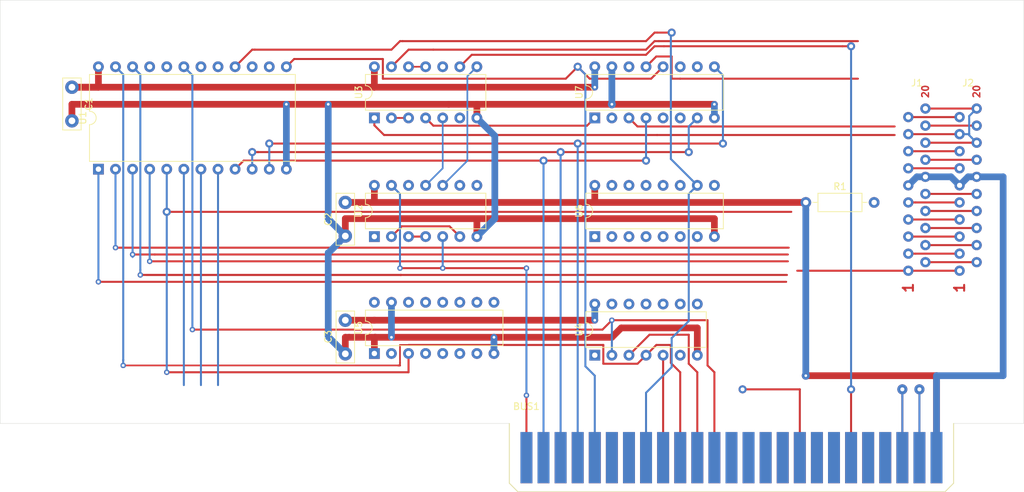
<source format=kicad_pcb>
(kicad_pcb (version 20171130) (host pcbnew "(5.1.5)-3")

  (general
    (thickness 1.6)
    (drawings 18)
    (tracks 322)
    (zones 0)
    (modules 14)
    (nets 85)
  )

  (page A4)
  (layers
    (0 F.Cu signal)
    (31 B.Cu signal)
    (32 B.Adhes user)
    (33 F.Adhes user)
    (34 B.Paste user)
    (35 F.Paste user)
    (36 B.SilkS user)
    (37 F.SilkS user)
    (38 B.Mask user)
    (39 F.Mask user)
    (40 Dwgs.User user)
    (41 Cmts.User user)
    (42 Eco1.User user)
    (43 Eco2.User user)
    (44 Edge.Cuts user)
    (45 Margin user)
    (46 B.CrtYd user)
    (47 F.CrtYd user)
    (48 B.Fab user)
    (49 F.Fab user)
  )

  (setup
    (last_trace_width 0.25)
    (trace_clearance 0.2)
    (zone_clearance 0.508)
    (zone_45_only no)
    (trace_min 0.2)
    (via_size 0.8)
    (via_drill 0.4)
    (via_min_size 0.4)
    (via_min_drill 0.3)
    (uvia_size 0.3)
    (uvia_drill 0.1)
    (uvias_allowed no)
    (uvia_min_size 0.2)
    (uvia_min_drill 0.1)
    (edge_width 0.05)
    (segment_width 0.2)
    (pcb_text_width 0.3)
    (pcb_text_size 1.5 1.5)
    (mod_edge_width 0.12)
    (mod_text_size 1 1)
    (mod_text_width 0.15)
    (pad_size 1.524 1.524)
    (pad_drill 0.762)
    (pad_to_mask_clearance 0.051)
    (solder_mask_min_width 0.25)
    (aux_axis_origin 0 0)
    (visible_elements 7FFFFFFF)
    (pcbplotparams
      (layerselection 0x010fc_ffffffff)
      (usegerberextensions false)
      (usegerberattributes false)
      (usegerberadvancedattributes false)
      (creategerberjobfile false)
      (excludeedgelayer true)
      (linewidth 0.100000)
      (plotframeref false)
      (viasonmask false)
      (mode 1)
      (useauxorigin false)
      (hpglpennumber 1)
      (hpglpenspeed 20)
      (hpglpendiameter 15.000000)
      (psnegative false)
      (psa4output false)
      (plotreference true)
      (plotvalue true)
      (plotinvisibletext false)
      (padsonsilk false)
      (subtractmaskfromsilk false)
      (outputformat 1)
      (mirror false)
      (drillshape 1)
      (scaleselection 1)
      (outputdirectory ""))
  )

  (net 0 "")
  (net 1 GND)
  (net 2 "Net-(BUS1-Pad29)")
  (net 3 "Net-(BUS1-Pad30)")
  (net 4 "Net-(BUS1-Pad31)")
  (net 5 "Net-(BUS1-Pad32)")
  (net 6 "Net-(BUS1-Pad33)")
  (net 7 "Net-(BUS1-Pad34)")
  (net 8 "Net-(BUS1-Pad35)")
  (net 9 "Net-(BUS1-Pad36)")
  (net 10 "Net-(BUS1-Pad37)")
  (net 11 "Net-(BUS1-Pad38)")
  (net 12 "Net-(BUS1-Pad39)")
  (net 13 "Net-(BUS1-Pad40)")
  (net 14 "Net-(BUS1-Pad50)")
  (net 15 +5V)
  (net 16 "Net-(BUS1-Pad22)")
  (net 17 "Net-(BUS1-Pad21)")
  (net 18 "Net-(BUS1-Pad19)")
  (net 19 "Net-(BUS1-Pad18)")
  (net 20 "Net-(BUS1-Pad16)")
  (net 21 "Net-(BUS1-Pad15)")
  (net 22 "Net-(BUS1-Pad14)")
  (net 23 "Net-(BUS1-Pad13)")
  (net 24 /DMA)
  (net 25 /INT)
  (net 26 "Net-(U2-Pad2)")
  (net 27 "Net-(U2-Pad12)")
  (net 28 "Net-(U2-Pad11)")
  (net 29 "Net-(U2-Pad3)")
  (net 30 "Net-(U2-Pad10)")
  (net 31 "Net-(U2-Pad1)")
  (net 32 "Net-(U3-Pad2)")
  (net 33 DEVSEL)
  (net 34 STROBE)
  (net 35 IO_SEL)
  (net 36 A15)
  (net 37 A6)
  (net 38 A4)
  (net 39 A7)
  (net 40 A5)
  (net 41 A8)
  (net 42 A9)
  (net 43 A10)
  (net 44 D7)
  (net 45 D6)
  (net 46 D5)
  (net 47 D4)
  (net 48 D3)
  (net 49 D2)
  (net 50 D1)
  (net 51 D0)
  (net 52 "Net-(J1-Pad16)")
  (net 53 "Net-(J1-Pad19)")
  (net 54 A3)
  (net 55 A2)
  (net 56 A1)
  (net 57 A0)
  (net 58 "Net-(J1-Pad10)")
  (net 59 "Net-(J1-Pad9)")
  (net 60 "Net-(J1-Pad8)")
  (net 61 "Net-(J1-Pad7)")
  (net 62 "Net-(J1-Pad6)")
  (net 63 "Net-(J1-Pad5)")
  (net 64 "Net-(J1-Pad4)")
  (net 65 "Net-(J1-Pad3)")
  (net 66 "Net-(J1-Pad2)")
  (net 67 "Net-(J1-Pad1)")
  (net 68 "Net-(U5-Pad14)")
  (net 69 "Net-(U5-Pad5)")
  (net 70 "Net-(U5-Pad11)")
  (net 71 "Net-(U5-Pad2)")
  (net 72 "Net-(U6-Pad14)")
  (net 73 "Net-(U6-Pad5)")
  (net 74 "Net-(U6-Pad11)")
  (net 75 "Net-(U6-Pad2)")
  (net 76 "Net-(U7-Pad14)")
  (net 77 "Net-(U7-Pad5)")
  (net 78 "Net-(U7-Pad11)")
  (net 79 "Net-(U7-Pad2)")
  (net 80 G_M)
  (net 81 A0_M)
  (net 82 A1_M)
  (net 83 A2_M)
  (net 84 A3_M)

  (net_class Default "This is the default net class."
    (clearance 0.2)
    (trace_width 0.25)
    (via_dia 0.8)
    (via_drill 0.4)
    (uvia_dia 0.3)
    (uvia_drill 0.1)
  )

  (net_class Power ""
    (clearance 0.2)
    (trace_width 1)
    (via_dia 1.2)
    (via_drill 0.4)
    (uvia_dia 0.3)
    (uvia_drill 0.1)
    (add_net +5V)
    (add_net GND)
  )

  (net_class Signal ""
    (clearance 0.2)
    (trace_width 0.3)
    (via_dia 1.2)
    (via_drill 0.6)
    (uvia_dia 0.3)
    (uvia_drill 0.1)
    (add_net /DMA)
    (add_net /INT)
    (add_net A0)
    (add_net A0_M)
    (add_net A1)
    (add_net A10)
    (add_net A15)
    (add_net A1_M)
    (add_net A2)
    (add_net A2_M)
    (add_net A3)
    (add_net A3_M)
    (add_net A4)
    (add_net A5)
    (add_net A6)
    (add_net A7)
    (add_net A8)
    (add_net A9)
    (add_net D0)
    (add_net D1)
    (add_net D2)
    (add_net D3)
    (add_net D4)
    (add_net D5)
    (add_net D6)
    (add_net D7)
    (add_net DEVSEL)
    (add_net G_M)
    (add_net IO_SEL)
    (add_net "Net-(BUS1-Pad13)")
    (add_net "Net-(BUS1-Pad14)")
    (add_net "Net-(BUS1-Pad15)")
    (add_net "Net-(BUS1-Pad16)")
    (add_net "Net-(BUS1-Pad18)")
    (add_net "Net-(BUS1-Pad19)")
    (add_net "Net-(BUS1-Pad21)")
    (add_net "Net-(BUS1-Pad22)")
    (add_net "Net-(BUS1-Pad29)")
    (add_net "Net-(BUS1-Pad30)")
    (add_net "Net-(BUS1-Pad31)")
    (add_net "Net-(BUS1-Pad32)")
    (add_net "Net-(BUS1-Pad33)")
    (add_net "Net-(BUS1-Pad34)")
    (add_net "Net-(BUS1-Pad35)")
    (add_net "Net-(BUS1-Pad36)")
    (add_net "Net-(BUS1-Pad37)")
    (add_net "Net-(BUS1-Pad38)")
    (add_net "Net-(BUS1-Pad39)")
    (add_net "Net-(BUS1-Pad40)")
    (add_net "Net-(BUS1-Pad50)")
    (add_net "Net-(J1-Pad1)")
    (add_net "Net-(J1-Pad10)")
    (add_net "Net-(J1-Pad16)")
    (add_net "Net-(J1-Pad19)")
    (add_net "Net-(J1-Pad2)")
    (add_net "Net-(J1-Pad3)")
    (add_net "Net-(J1-Pad4)")
    (add_net "Net-(J1-Pad5)")
    (add_net "Net-(J1-Pad6)")
    (add_net "Net-(J1-Pad7)")
    (add_net "Net-(J1-Pad8)")
    (add_net "Net-(J1-Pad9)")
    (add_net "Net-(U2-Pad1)")
    (add_net "Net-(U2-Pad10)")
    (add_net "Net-(U2-Pad11)")
    (add_net "Net-(U2-Pad12)")
    (add_net "Net-(U2-Pad2)")
    (add_net "Net-(U2-Pad3)")
    (add_net "Net-(U3-Pad2)")
    (add_net "Net-(U5-Pad11)")
    (add_net "Net-(U5-Pad14)")
    (add_net "Net-(U5-Pad2)")
    (add_net "Net-(U5-Pad5)")
    (add_net "Net-(U6-Pad11)")
    (add_net "Net-(U6-Pad14)")
    (add_net "Net-(U6-Pad2)")
    (add_net "Net-(U6-Pad5)")
    (add_net "Net-(U7-Pad11)")
    (add_net "Net-(U7-Pad14)")
    (add_net "Net-(U7-Pad2)")
    (add_net "Net-(U7-Pad5)")
    (add_net STROBE)
  )

  (module Capacitor_THT:C_Disc_D7.5mm_W2.5mm_P5.00mm (layer F.Cu) (tedit 5AE50EF0) (tstamp 5F37668A)
    (at 127.762 56.007 270)
    (descr "C, Disc series, Radial, pin pitch=5.00mm, , diameter*width=7.5*2.5mm^2, Capacitor, http://www.vishay.com/docs/28535/vy2series.pdf")
    (tags "C Disc series Radial pin pitch 5.00mm  diameter 7.5mm width 2.5mm Capacitor")
    (path /5F766E95)
    (fp_text reference C2 (at 2.5 2.54 90) (layer F.SilkS)
      (effects (font (size 1 1) (thickness 0.15)))
    )
    (fp_text value 150 (at 2.5 2.5 90) (layer F.Fab)
      (effects (font (size 1 1) (thickness 0.15)))
    )
    (fp_text user %R (at 2.5 0 90) (layer F.Fab)
      (effects (font (size 1 1) (thickness 0.15)))
    )
    (fp_line (start 6.5 -1.5) (end -1.5 -1.5) (layer F.CrtYd) (width 0.05))
    (fp_line (start 6.5 1.5) (end 6.5 -1.5) (layer F.CrtYd) (width 0.05))
    (fp_line (start -1.5 1.5) (end 6.5 1.5) (layer F.CrtYd) (width 0.05))
    (fp_line (start -1.5 -1.5) (end -1.5 1.5) (layer F.CrtYd) (width 0.05))
    (fp_line (start 6.37 -1.37) (end 6.37 1.37) (layer F.SilkS) (width 0.12))
    (fp_line (start -1.37 -1.37) (end -1.37 1.37) (layer F.SilkS) (width 0.12))
    (fp_line (start -1.37 1.37) (end 6.37 1.37) (layer F.SilkS) (width 0.12))
    (fp_line (start -1.37 -1.37) (end 6.37 -1.37) (layer F.SilkS) (width 0.12))
    (fp_line (start 6.25 -1.25) (end -1.25 -1.25) (layer F.Fab) (width 0.1))
    (fp_line (start 6.25 1.25) (end 6.25 -1.25) (layer F.Fab) (width 0.1))
    (fp_line (start -1.25 1.25) (end 6.25 1.25) (layer F.Fab) (width 0.1))
    (fp_line (start -1.25 -1.25) (end -1.25 1.25) (layer F.Fab) (width 0.1))
    (pad 2 thru_hole circle (at 5 0 270) (size 2 2) (drill 1) (layers *.Cu *.Mask)
      (net 1 GND))
    (pad 1 thru_hole circle (at 0 0 270) (size 2 2) (drill 1) (layers *.Cu *.Mask)
      (net 15 +5V))
    (model ${KISYS3DMOD}/Capacitor_THT.3dshapes/C_Disc_D7.5mm_W2.5mm_P5.00mm.wrl
      (at (xyz 0 0 0))
      (scale (xyz 1 1 1))
      (rotate (xyz 0 0 0))
    )
  )

  (module Package_DIP:DIP-24_W15.24mm (layer F.Cu) (tedit 5A02E8C5) (tstamp 5F376556)
    (at 91.059 51.054 90)
    (descr "24-lead though-hole mounted DIP package, row spacing 15.24 mm (600 mils)")
    (tags "THT DIP DIL PDIP 2.54mm 15.24mm 600mil")
    (path /5F38441F)
    (fp_text reference U1 (at 7.62 -2.33 90) (layer F.SilkS)
      (effects (font (size 1 1) (thickness 0.15)))
    )
    (fp_text value 2716 (at 7.62 30.27 90) (layer F.Fab)
      (effects (font (size 1 1) (thickness 0.15)))
    )
    (fp_text user %R (at 7.62 13.97 90) (layer F.Fab)
      (effects (font (size 1 1) (thickness 0.15)))
    )
    (fp_line (start 16.3 -1.55) (end -1.05 -1.55) (layer F.CrtYd) (width 0.05))
    (fp_line (start 16.3 29.5) (end 16.3 -1.55) (layer F.CrtYd) (width 0.05))
    (fp_line (start -1.05 29.5) (end 16.3 29.5) (layer F.CrtYd) (width 0.05))
    (fp_line (start -1.05 -1.55) (end -1.05 29.5) (layer F.CrtYd) (width 0.05))
    (fp_line (start 14.08 -1.33) (end 8.62 -1.33) (layer F.SilkS) (width 0.12))
    (fp_line (start 14.08 29.27) (end 14.08 -1.33) (layer F.SilkS) (width 0.12))
    (fp_line (start 1.16 29.27) (end 14.08 29.27) (layer F.SilkS) (width 0.12))
    (fp_line (start 1.16 -1.33) (end 1.16 29.27) (layer F.SilkS) (width 0.12))
    (fp_line (start 6.62 -1.33) (end 1.16 -1.33) (layer F.SilkS) (width 0.12))
    (fp_line (start 0.255 -0.27) (end 1.255 -1.27) (layer F.Fab) (width 0.1))
    (fp_line (start 0.255 29.21) (end 0.255 -0.27) (layer F.Fab) (width 0.1))
    (fp_line (start 14.985 29.21) (end 0.255 29.21) (layer F.Fab) (width 0.1))
    (fp_line (start 14.985 -1.27) (end 14.985 29.21) (layer F.Fab) (width 0.1))
    (fp_line (start 1.255 -1.27) (end 14.985 -1.27) (layer F.Fab) (width 0.1))
    (fp_arc (start 7.62 -1.33) (end 6.62 -1.33) (angle -180) (layer F.SilkS) (width 0.12))
    (pad 24 thru_hole oval (at 15.24 0 90) (size 1.6 1.6) (drill 0.8) (layers *.Cu *.Mask)
      (net 15 +5V))
    (pad 12 thru_hole oval (at 0 27.94 90) (size 1.6 1.6) (drill 0.8) (layers *.Cu *.Mask)
      (net 1 GND))
    (pad 23 thru_hole oval (at 15.24 2.54 90) (size 1.6 1.6) (drill 0.8) (layers *.Cu *.Mask)
      (net 41 A8))
    (pad 11 thru_hole oval (at 0 25.4 90) (size 1.6 1.6) (drill 0.8) (layers *.Cu *.Mask)
      (net 49 D2))
    (pad 22 thru_hole oval (at 15.24 5.08 90) (size 1.6 1.6) (drill 0.8) (layers *.Cu *.Mask)
      (net 42 A9))
    (pad 10 thru_hole oval (at 0 22.86 90) (size 1.6 1.6) (drill 0.8) (layers *.Cu *.Mask)
      (net 50 D1))
    (pad 21 thru_hole oval (at 15.24 7.62 90) (size 1.6 1.6) (drill 0.8) (layers *.Cu *.Mask)
      (net 15 +5V))
    (pad 9 thru_hole oval (at 0 20.32 90) (size 1.6 1.6) (drill 0.8) (layers *.Cu *.Mask)
      (net 51 D0))
    (pad 20 thru_hole oval (at 15.24 10.16 90) (size 1.6 1.6) (drill 0.8) (layers *.Cu *.Mask)
      (net 80 G_M))
    (pad 8 thru_hole oval (at 0 17.78 90) (size 1.6 1.6) (drill 0.8) (layers *.Cu *.Mask)
      (net 81 A0_M))
    (pad 19 thru_hole oval (at 15.24 12.7 90) (size 1.6 1.6) (drill 0.8) (layers *.Cu *.Mask)
      (net 43 A10))
    (pad 7 thru_hole oval (at 0 15.24 90) (size 1.6 1.6) (drill 0.8) (layers *.Cu *.Mask)
      (net 82 A1_M))
    (pad 18 thru_hole oval (at 15.24 15.24 90) (size 1.6 1.6) (drill 0.8) (layers *.Cu *.Mask)
      (net 1 GND))
    (pad 6 thru_hole oval (at 0 12.7 90) (size 1.6 1.6) (drill 0.8) (layers *.Cu *.Mask)
      (net 83 A2_M))
    (pad 17 thru_hole oval (at 15.24 17.78 90) (size 1.6 1.6) (drill 0.8) (layers *.Cu *.Mask)
      (net 44 D7))
    (pad 5 thru_hole oval (at 0 10.16 90) (size 1.6 1.6) (drill 0.8) (layers *.Cu *.Mask)
      (net 84 A3_M))
    (pad 16 thru_hole oval (at 15.24 20.32 90) (size 1.6 1.6) (drill 0.8) (layers *.Cu *.Mask)
      (net 45 D6))
    (pad 4 thru_hole oval (at 0 7.62 90) (size 1.6 1.6) (drill 0.8) (layers *.Cu *.Mask)
      (net 38 A4))
    (pad 15 thru_hole oval (at 15.24 22.86 90) (size 1.6 1.6) (drill 0.8) (layers *.Cu *.Mask)
      (net 46 D5))
    (pad 3 thru_hole oval (at 0 5.08 90) (size 1.6 1.6) (drill 0.8) (layers *.Cu *.Mask)
      (net 40 A5))
    (pad 14 thru_hole oval (at 15.24 25.4 90) (size 1.6 1.6) (drill 0.8) (layers *.Cu *.Mask)
      (net 47 D4))
    (pad 2 thru_hole oval (at 0 2.54 90) (size 1.6 1.6) (drill 0.8) (layers *.Cu *.Mask)
      (net 37 A6))
    (pad 13 thru_hole oval (at 15.24 27.94 90) (size 1.6 1.6) (drill 0.8) (layers *.Cu *.Mask)
      (net 48 D3))
    (pad 1 thru_hole rect (at 0 0 90) (size 1.6 1.6) (drill 0.8) (layers *.Cu *.Mask)
      (net 39 A7))
    (model ${KISYS3DMOD}/Package_DIP.3dshapes/DIP-24_W15.24mm.wrl
      (at (xyz 0 0 0))
      (scale (xyz 1 1 1))
      (rotate (xyz 0 0 0))
    )
  )

  (module Capacitor_THT:C_Disc_D7.5mm_W2.5mm_P5.00mm (layer F.Cu) (tedit 5AE50EF0) (tstamp 5F3764A4)
    (at 87.122 38.862 270)
    (descr "C, Disc series, Radial, pin pitch=5.00mm, , diameter*width=7.5*2.5mm^2, Capacitor, http://www.vishay.com/docs/28535/vy2series.pdf")
    (tags "C Disc series Radial pin pitch 5.00mm  diameter 7.5mm width 2.5mm Capacitor")
    (path /5F6720E0)
    (fp_text reference C1 (at 2.5 -2.5 90) (layer F.SilkS)
      (effects (font (size 1 1) (thickness 0.15)))
    )
    (fp_text value 150 (at 2.5 2.5 90) (layer F.Fab)
      (effects (font (size 1 1) (thickness 0.15)))
    )
    (fp_text user %R (at 2.5 0 90) (layer F.Fab)
      (effects (font (size 1 1) (thickness 0.15)))
    )
    (fp_line (start 6.5 -1.5) (end -1.5 -1.5) (layer F.CrtYd) (width 0.05))
    (fp_line (start 6.5 1.5) (end 6.5 -1.5) (layer F.CrtYd) (width 0.05))
    (fp_line (start -1.5 1.5) (end 6.5 1.5) (layer F.CrtYd) (width 0.05))
    (fp_line (start -1.5 -1.5) (end -1.5 1.5) (layer F.CrtYd) (width 0.05))
    (fp_line (start 6.37 -1.37) (end 6.37 1.37) (layer F.SilkS) (width 0.12))
    (fp_line (start -1.37 -1.37) (end -1.37 1.37) (layer F.SilkS) (width 0.12))
    (fp_line (start -1.37 1.37) (end 6.37 1.37) (layer F.SilkS) (width 0.12))
    (fp_line (start -1.37 -1.37) (end 6.37 -1.37) (layer F.SilkS) (width 0.12))
    (fp_line (start 6.25 -1.25) (end -1.25 -1.25) (layer F.Fab) (width 0.1))
    (fp_line (start 6.25 1.25) (end 6.25 -1.25) (layer F.Fab) (width 0.1))
    (fp_line (start -1.25 1.25) (end 6.25 1.25) (layer F.Fab) (width 0.1))
    (fp_line (start -1.25 -1.25) (end -1.25 1.25) (layer F.Fab) (width 0.1))
    (pad 2 thru_hole circle (at 5 0 270) (size 2 2) (drill 1) (layers *.Cu *.Mask)
      (net 1 GND))
    (pad 1 thru_hole circle (at 0 0 270) (size 2 2) (drill 1) (layers *.Cu *.Mask)
      (net 15 +5V))
    (model ${KISYS3DMOD}/Capacitor_THT.3dshapes/C_Disc_D7.5mm_W2.5mm_P5.00mm.wrl
      (at (xyz 0 0 0))
      (scale (xyz 1 1 1))
      (rotate (xyz 0 0 0))
    )
  )

  (module Capacitor_THT:C_Disc_D7.5mm_W2.5mm_P5.00mm (layer F.Cu) (tedit 5AE50EF0) (tstamp 5F3763A2)
    (at 127.762 73.533 270)
    (descr "C, Disc series, Radial, pin pitch=5.00mm, , diameter*width=7.5*2.5mm^2, Capacitor, http://www.vishay.com/docs/28535/vy2series.pdf")
    (tags "C Disc series Radial pin pitch 5.00mm  diameter 7.5mm width 2.5mm Capacitor")
    (path /5F7670BD)
    (fp_text reference C3 (at 2.46 2.54 90) (layer F.SilkS)
      (effects (font (size 1 1) (thickness 0.15)))
    )
    (fp_text value 150 (at 2.5 2.5 90) (layer F.Fab)
      (effects (font (size 1 1) (thickness 0.15)))
    )
    (fp_text user %R (at 2.5 0 90) (layer F.Fab)
      (effects (font (size 1 1) (thickness 0.15)))
    )
    (fp_line (start 6.5 -1.5) (end -1.5 -1.5) (layer F.CrtYd) (width 0.05))
    (fp_line (start 6.5 1.5) (end 6.5 -1.5) (layer F.CrtYd) (width 0.05))
    (fp_line (start -1.5 1.5) (end 6.5 1.5) (layer F.CrtYd) (width 0.05))
    (fp_line (start -1.5 -1.5) (end -1.5 1.5) (layer F.CrtYd) (width 0.05))
    (fp_line (start 6.37 -1.37) (end 6.37 1.37) (layer F.SilkS) (width 0.12))
    (fp_line (start -1.37 -1.37) (end -1.37 1.37) (layer F.SilkS) (width 0.12))
    (fp_line (start -1.37 1.37) (end 6.37 1.37) (layer F.SilkS) (width 0.12))
    (fp_line (start -1.37 -1.37) (end 6.37 -1.37) (layer F.SilkS) (width 0.12))
    (fp_line (start 6.25 -1.25) (end -1.25 -1.25) (layer F.Fab) (width 0.1))
    (fp_line (start 6.25 1.25) (end 6.25 -1.25) (layer F.Fab) (width 0.1))
    (fp_line (start -1.25 1.25) (end 6.25 1.25) (layer F.Fab) (width 0.1))
    (fp_line (start -1.25 -1.25) (end -1.25 1.25) (layer F.Fab) (width 0.1))
    (pad 2 thru_hole circle (at 5 0 270) (size 2 2) (drill 1) (layers *.Cu *.Mask)
      (net 1 GND))
    (pad 1 thru_hole circle (at 0 0 270) (size 2 2) (drill 1) (layers *.Cu *.Mask)
      (net 15 +5V))
    (model ${KISYS3DMOD}/Capacitor_THT.3dshapes/C_Disc_D7.5mm_W2.5mm_P5.00mm.wrl
      (at (xyz 0 0 0))
      (scale (xyz 1 1 1))
      (rotate (xyz 0 0 0))
    )
  )

  (module Package_DIP:DIP-16_W7.62mm (layer F.Cu) (tedit 5A02E8C5) (tstamp 5F376632)
    (at 164.846 43.434 90)
    (descr "16-lead though-hole mounted DIP package, row spacing 7.62 mm (300 mils)")
    (tags "THT DIP DIL PDIP 2.54mm 7.62mm 300mil")
    (path /5F5206A7)
    (fp_text reference U7 (at 3.81 -2.33 90) (layer F.SilkS)
      (effects (font (size 1 1) (thickness 0.15)))
    )
    (fp_text value i8216 (at 3.81 20.11 90) (layer F.Fab)
      (effects (font (size 1 1) (thickness 0.15)))
    )
    (fp_text user %R (at 3.81 8.89 90) (layer F.Fab)
      (effects (font (size 1 1) (thickness 0.15)))
    )
    (fp_line (start 8.7 -1.55) (end -1.1 -1.55) (layer F.CrtYd) (width 0.05))
    (fp_line (start 8.7 19.3) (end 8.7 -1.55) (layer F.CrtYd) (width 0.05))
    (fp_line (start -1.1 19.3) (end 8.7 19.3) (layer F.CrtYd) (width 0.05))
    (fp_line (start -1.1 -1.55) (end -1.1 19.3) (layer F.CrtYd) (width 0.05))
    (fp_line (start 6.46 -1.33) (end 4.81 -1.33) (layer F.SilkS) (width 0.12))
    (fp_line (start 6.46 19.11) (end 6.46 -1.33) (layer F.SilkS) (width 0.12))
    (fp_line (start 1.16 19.11) (end 6.46 19.11) (layer F.SilkS) (width 0.12))
    (fp_line (start 1.16 -1.33) (end 1.16 19.11) (layer F.SilkS) (width 0.12))
    (fp_line (start 2.81 -1.33) (end 1.16 -1.33) (layer F.SilkS) (width 0.12))
    (fp_line (start 0.635 -0.27) (end 1.635 -1.27) (layer F.Fab) (width 0.1))
    (fp_line (start 0.635 19.05) (end 0.635 -0.27) (layer F.Fab) (width 0.1))
    (fp_line (start 6.985 19.05) (end 0.635 19.05) (layer F.Fab) (width 0.1))
    (fp_line (start 6.985 -1.27) (end 6.985 19.05) (layer F.Fab) (width 0.1))
    (fp_line (start 1.635 -1.27) (end 6.985 -1.27) (layer F.Fab) (width 0.1))
    (fp_arc (start 3.81 -1.33) (end 2.81 -1.33) (angle -180) (layer F.SilkS) (width 0.12))
    (pad 16 thru_hole oval (at 7.62 0 90) (size 1.6 1.6) (drill 0.8) (layers *.Cu *.Mask)
      (net 15 +5V))
    (pad 8 thru_hole oval (at 0 17.78 90) (size 1.6 1.6) (drill 0.8) (layers *.Cu *.Mask)
      (net 1 GND))
    (pad 15 thru_hole oval (at 7.62 2.54 90) (size 1.6 1.6) (drill 0.8) (layers *.Cu *.Mask)
      (net 1 GND))
    (pad 7 thru_hole oval (at 0 15.24 90) (size 1.6 1.6) (drill 0.8) (layers *.Cu *.Mask)
      (net 50 D1))
    (pad 14 thru_hole oval (at 7.62 5.08 90) (size 1.6 1.6) (drill 0.8) (layers *.Cu *.Mask)
      (net 76 "Net-(U7-Pad14)"))
    (pad 6 thru_hole oval (at 0 12.7 90) (size 1.6 1.6) (drill 0.8) (layers *.Cu *.Mask)
      (net 66 "Net-(J1-Pad2)"))
    (pad 13 thru_hole oval (at 7.62 7.62 90) (size 1.6 1.6) (drill 0.8) (layers *.Cu *.Mask)
      (net 64 "Net-(J1-Pad4)"))
    (pad 5 thru_hole oval (at 0 10.16 90) (size 1.6 1.6) (drill 0.8) (layers *.Cu *.Mask)
      (net 77 "Net-(U7-Pad5)"))
    (pad 12 thru_hole oval (at 7.62 10.16 90) (size 1.6 1.6) (drill 0.8) (layers *.Cu *.Mask)
      (net 48 D3))
    (pad 4 thru_hole oval (at 0 7.62 90) (size 1.6 1.6) (drill 0.8) (layers *.Cu *.Mask)
      (net 51 D0))
    (pad 11 thru_hole oval (at 7.62 12.7 90) (size 1.6 1.6) (drill 0.8) (layers *.Cu *.Mask)
      (net 78 "Net-(U7-Pad11)"))
    (pad 3 thru_hole oval (at 0 5.08 90) (size 1.6 1.6) (drill 0.8) (layers *.Cu *.Mask)
      (net 67 "Net-(J1-Pad1)"))
    (pad 10 thru_hole oval (at 7.62 15.24 90) (size 1.6 1.6) (drill 0.8) (layers *.Cu *.Mask)
      (net 65 "Net-(J1-Pad3)"))
    (pad 2 thru_hole oval (at 0 2.54 90) (size 1.6 1.6) (drill 0.8) (layers *.Cu *.Mask)
      (net 79 "Net-(U7-Pad2)"))
    (pad 9 thru_hole oval (at 7.62 17.78 90) (size 1.6 1.6) (drill 0.8) (layers *.Cu *.Mask)
      (net 49 D2))
    (pad 1 thru_hole rect (at 0 0 90) (size 1.6 1.6) (drill 0.8) (layers *.Cu *.Mask)
      (net 59 "Net-(J1-Pad9)"))
    (model ${KISYS3DMOD}/Package_DIP.3dshapes/DIP-16_W7.62mm.wrl
      (at (xyz 0 0 0))
      (scale (xyz 1 1 1))
      (rotate (xyz 0 0 0))
    )
  )

  (module Package_DIP:DIP-16_W7.62mm (layer F.Cu) (tedit 5A02E8C5) (tstamp 5F3766D1)
    (at 164.846 61.087 90)
    (descr "16-lead though-hole mounted DIP package, row spacing 7.62 mm (300 mils)")
    (tags "THT DIP DIL PDIP 2.54mm 7.62mm 300mil")
    (path /5F48F891)
    (fp_text reference U6 (at 3.81 -2.33 90) (layer F.SilkS)
      (effects (font (size 1 1) (thickness 0.15)))
    )
    (fp_text value i8226 (at 3.81 20.11 90) (layer F.Fab)
      (effects (font (size 1 1) (thickness 0.15)))
    )
    (fp_text user %R (at 3.81 8.89 90) (layer F.Fab)
      (effects (font (size 1 1) (thickness 0.15)))
    )
    (fp_line (start 8.7 -1.55) (end -1.1 -1.55) (layer F.CrtYd) (width 0.05))
    (fp_line (start 8.7 19.3) (end 8.7 -1.55) (layer F.CrtYd) (width 0.05))
    (fp_line (start -1.1 19.3) (end 8.7 19.3) (layer F.CrtYd) (width 0.05))
    (fp_line (start -1.1 -1.55) (end -1.1 19.3) (layer F.CrtYd) (width 0.05))
    (fp_line (start 6.46 -1.33) (end 4.81 -1.33) (layer F.SilkS) (width 0.12))
    (fp_line (start 6.46 19.11) (end 6.46 -1.33) (layer F.SilkS) (width 0.12))
    (fp_line (start 1.16 19.11) (end 6.46 19.11) (layer F.SilkS) (width 0.12))
    (fp_line (start 1.16 -1.33) (end 1.16 19.11) (layer F.SilkS) (width 0.12))
    (fp_line (start 2.81 -1.33) (end 1.16 -1.33) (layer F.SilkS) (width 0.12))
    (fp_line (start 0.635 -0.27) (end 1.635 -1.27) (layer F.Fab) (width 0.1))
    (fp_line (start 0.635 19.05) (end 0.635 -0.27) (layer F.Fab) (width 0.1))
    (fp_line (start 6.985 19.05) (end 0.635 19.05) (layer F.Fab) (width 0.1))
    (fp_line (start 6.985 -1.27) (end 6.985 19.05) (layer F.Fab) (width 0.1))
    (fp_line (start 1.635 -1.27) (end 6.985 -1.27) (layer F.Fab) (width 0.1))
    (fp_arc (start 3.81 -1.33) (end 2.81 -1.33) (angle -180) (layer F.SilkS) (width 0.12))
    (pad 16 thru_hole oval (at 7.62 0 90) (size 1.6 1.6) (drill 0.8) (layers *.Cu *.Mask)
      (net 15 +5V))
    (pad 8 thru_hole oval (at 0 17.78 90) (size 1.6 1.6) (drill 0.8) (layers *.Cu *.Mask)
      (net 1 GND))
    (pad 15 thru_hole oval (at 7.62 2.54 90) (size 1.6 1.6) (drill 0.8) (layers *.Cu *.Mask)
      (net 58 "Net-(J1-Pad10)"))
    (pad 7 thru_hole oval (at 0 15.24 90) (size 1.6 1.6) (drill 0.8) (layers *.Cu *.Mask)
      (net 62 "Net-(J1-Pad6)"))
    (pad 14 thru_hole oval (at 7.62 5.08 90) (size 1.6 1.6) (drill 0.8) (layers *.Cu *.Mask)
      (net 72 "Net-(U6-Pad14)"))
    (pad 6 thru_hole oval (at 0 12.7 90) (size 1.6 1.6) (drill 0.8) (layers *.Cu *.Mask)
      (net 46 D5))
    (pad 13 thru_hole oval (at 7.62 7.62 90) (size 1.6 1.6) (drill 0.8) (layers *.Cu *.Mask)
      (net 44 D7))
    (pad 5 thru_hole oval (at 0 10.16 90) (size 1.6 1.6) (drill 0.8) (layers *.Cu *.Mask)
      (net 73 "Net-(U6-Pad5)"))
    (pad 12 thru_hole oval (at 7.62 10.16 90) (size 1.6 1.6) (drill 0.8) (layers *.Cu *.Mask)
      (net 60 "Net-(J1-Pad8)"))
    (pad 4 thru_hole oval (at 0 7.62 90) (size 1.6 1.6) (drill 0.8) (layers *.Cu *.Mask)
      (net 63 "Net-(J1-Pad5)"))
    (pad 11 thru_hole oval (at 7.62 12.7 90) (size 1.6 1.6) (drill 0.8) (layers *.Cu *.Mask)
      (net 74 "Net-(U6-Pad11)"))
    (pad 3 thru_hole oval (at 0 5.08 90) (size 1.6 1.6) (drill 0.8) (layers *.Cu *.Mask)
      (net 47 D4))
    (pad 10 thru_hole oval (at 7.62 15.24 90) (size 1.6 1.6) (drill 0.8) (layers *.Cu *.Mask)
      (net 45 D6))
    (pad 2 thru_hole oval (at 0 2.54 90) (size 1.6 1.6) (drill 0.8) (layers *.Cu *.Mask)
      (net 75 "Net-(U6-Pad2)"))
    (pad 9 thru_hole oval (at 7.62 17.78 90) (size 1.6 1.6) (drill 0.8) (layers *.Cu *.Mask)
      (net 61 "Net-(J1-Pad7)"))
    (pad 1 thru_hole rect (at 0 0 90) (size 1.6 1.6) (drill 0.8) (layers *.Cu *.Mask)
      (net 53 "Net-(J1-Pad19)"))
    (model ${KISYS3DMOD}/Package_DIP.3dshapes/DIP-16_W7.62mm.wrl
      (at (xyz 0 0 0))
      (scale (xyz 1 1 1))
      (rotate (xyz 0 0 0))
    )
  )

  (module Package_DIP:DIP-16_W7.62mm (layer F.Cu) (tedit 5A02E8C5) (tstamp 5F37644C)
    (at 132.08 78.486 90)
    (descr "16-lead though-hole mounted DIP package, row spacing 7.62 mm (300 mils)")
    (tags "THT DIP DIL PDIP 2.54mm 7.62mm 300mil")
    (path /5F345809)
    (fp_text reference U5 (at 3.81 -2.33 90) (layer F.SilkS)
      (effects (font (size 1 1) (thickness 0.15)))
    )
    (fp_text value i8216 (at 3.81 20.11 90) (layer F.Fab)
      (effects (font (size 1 1) (thickness 0.15)))
    )
    (fp_text user %R (at 3.81 8.89 90) (layer F.Fab)
      (effects (font (size 1 1) (thickness 0.15)))
    )
    (fp_line (start 8.7 -1.55) (end -1.1 -1.55) (layer F.CrtYd) (width 0.05))
    (fp_line (start 8.7 19.3) (end 8.7 -1.55) (layer F.CrtYd) (width 0.05))
    (fp_line (start -1.1 19.3) (end 8.7 19.3) (layer F.CrtYd) (width 0.05))
    (fp_line (start -1.1 -1.55) (end -1.1 19.3) (layer F.CrtYd) (width 0.05))
    (fp_line (start 6.46 -1.33) (end 4.81 -1.33) (layer F.SilkS) (width 0.12))
    (fp_line (start 6.46 19.11) (end 6.46 -1.33) (layer F.SilkS) (width 0.12))
    (fp_line (start 1.16 19.11) (end 6.46 19.11) (layer F.SilkS) (width 0.12))
    (fp_line (start 1.16 -1.33) (end 1.16 19.11) (layer F.SilkS) (width 0.12))
    (fp_line (start 2.81 -1.33) (end 1.16 -1.33) (layer F.SilkS) (width 0.12))
    (fp_line (start 0.635 -0.27) (end 1.635 -1.27) (layer F.Fab) (width 0.1))
    (fp_line (start 0.635 19.05) (end 0.635 -0.27) (layer F.Fab) (width 0.1))
    (fp_line (start 6.985 19.05) (end 0.635 19.05) (layer F.Fab) (width 0.1))
    (fp_line (start 6.985 -1.27) (end 6.985 19.05) (layer F.Fab) (width 0.1))
    (fp_line (start 1.635 -1.27) (end 6.985 -1.27) (layer F.Fab) (width 0.1))
    (fp_arc (start 3.81 -1.33) (end 2.81 -1.33) (angle -180) (layer F.SilkS) (width 0.12))
    (pad 16 thru_hole oval (at 7.62 0 90) (size 1.6 1.6) (drill 0.8) (layers *.Cu *.Mask)
      (net 15 +5V))
    (pad 8 thru_hole oval (at 0 17.78 90) (size 1.6 1.6) (drill 0.8) (layers *.Cu *.Mask)
      (net 1 GND))
    (pad 15 thru_hole oval (at 7.62 2.54 90) (size 1.6 1.6) (drill 0.8) (layers *.Cu *.Mask)
      (net 1 GND))
    (pad 7 thru_hole oval (at 0 15.24 90) (size 1.6 1.6) (drill 0.8) (layers *.Cu *.Mask)
      (net 55 A2))
    (pad 14 thru_hole oval (at 7.62 5.08 90) (size 1.6 1.6) (drill 0.8) (layers *.Cu *.Mask)
      (net 68 "Net-(U5-Pad14)"))
    (pad 6 thru_hole oval (at 0 12.7 90) (size 1.6 1.6) (drill 0.8) (layers *.Cu *.Mask)
      (net 83 A2_M))
    (pad 13 thru_hole oval (at 7.62 7.62 90) (size 1.6 1.6) (drill 0.8) (layers *.Cu *.Mask)
      (net 81 A0_M))
    (pad 5 thru_hole oval (at 0 10.16 90) (size 1.6 1.6) (drill 0.8) (layers *.Cu *.Mask)
      (net 69 "Net-(U5-Pad5)"))
    (pad 12 thru_hole oval (at 7.62 10.16 90) (size 1.6 1.6) (drill 0.8) (layers *.Cu *.Mask)
      (net 57 A0))
    (pad 4 thru_hole oval (at 0 7.62 90) (size 1.6 1.6) (drill 0.8) (layers *.Cu *.Mask)
      (net 54 A3))
    (pad 11 thru_hole oval (at 7.62 12.7 90) (size 1.6 1.6) (drill 0.8) (layers *.Cu *.Mask)
      (net 70 "Net-(U5-Pad11)"))
    (pad 3 thru_hole oval (at 0 5.08 90) (size 1.6 1.6) (drill 0.8) (layers *.Cu *.Mask)
      (net 84 A3_M))
    (pad 10 thru_hole oval (at 7.62 15.24 90) (size 1.6 1.6) (drill 0.8) (layers *.Cu *.Mask)
      (net 82 A1_M))
    (pad 2 thru_hole oval (at 0 2.54 90) (size 1.6 1.6) (drill 0.8) (layers *.Cu *.Mask)
      (net 71 "Net-(U5-Pad2)"))
    (pad 9 thru_hole oval (at 7.62 17.78 90) (size 1.6 1.6) (drill 0.8) (layers *.Cu *.Mask)
      (net 56 A1))
    (pad 1 thru_hole rect (at 0 0 90) (size 1.6 1.6) (drill 0.8) (layers *.Cu *.Mask)
      (net 1 GND))
    (model ${KISYS3DMOD}/Package_DIP.3dshapes/DIP-16_W7.62mm.wrl
      (at (xyz 0 0 0))
      (scale (xyz 1 1 1))
      (rotate (xyz 0 0 0))
    )
  )

  (module Resistor_THT:R_Axial_DIN0207_L6.3mm_D2.5mm_P10.16mm_Horizontal (layer F.Cu) (tedit 5AE5139B) (tstamp 5F336910)
    (at 196.215 56.007)
    (descr "Resistor, Axial_DIN0207 series, Axial, Horizontal, pin pitch=10.16mm, 0.25W = 1/4W, length*diameter=6.3*2.5mm^2, http://cdn-reichelt.de/documents/datenblatt/B400/1_4W%23YAG.pdf")
    (tags "Resistor Axial_DIN0207 series Axial Horizontal pin pitch 10.16mm 0.25W = 1/4W length 6.3mm diameter 2.5mm")
    (path /5F8BBB72)
    (fp_text reference R1 (at 5.08 -2.37) (layer F.SilkS)
      (effects (font (size 1 1) (thickness 0.15)))
    )
    (fp_text value 10k (at 5.08 2.37) (layer F.Fab)
      (effects (font (size 1 1) (thickness 0.15)))
    )
    (fp_text user %R (at 5.08 0) (layer F.Fab)
      (effects (font (size 1 1) (thickness 0.15)))
    )
    (fp_line (start 11.21 -1.5) (end -1.05 -1.5) (layer F.CrtYd) (width 0.05))
    (fp_line (start 11.21 1.5) (end 11.21 -1.5) (layer F.CrtYd) (width 0.05))
    (fp_line (start -1.05 1.5) (end 11.21 1.5) (layer F.CrtYd) (width 0.05))
    (fp_line (start -1.05 -1.5) (end -1.05 1.5) (layer F.CrtYd) (width 0.05))
    (fp_line (start 9.12 0) (end 8.35 0) (layer F.SilkS) (width 0.12))
    (fp_line (start 1.04 0) (end 1.81 0) (layer F.SilkS) (width 0.12))
    (fp_line (start 8.35 -1.37) (end 1.81 -1.37) (layer F.SilkS) (width 0.12))
    (fp_line (start 8.35 1.37) (end 8.35 -1.37) (layer F.SilkS) (width 0.12))
    (fp_line (start 1.81 1.37) (end 8.35 1.37) (layer F.SilkS) (width 0.12))
    (fp_line (start 1.81 -1.37) (end 1.81 1.37) (layer F.SilkS) (width 0.12))
    (fp_line (start 10.16 0) (end 8.23 0) (layer F.Fab) (width 0.1))
    (fp_line (start 0 0) (end 1.93 0) (layer F.Fab) (width 0.1))
    (fp_line (start 8.23 -1.25) (end 1.93 -1.25) (layer F.Fab) (width 0.1))
    (fp_line (start 8.23 1.25) (end 8.23 -1.25) (layer F.Fab) (width 0.1))
    (fp_line (start 1.93 1.25) (end 8.23 1.25) (layer F.Fab) (width 0.1))
    (fp_line (start 1.93 -1.25) (end 1.93 1.25) (layer F.Fab) (width 0.1))
    (pad 2 thru_hole oval (at 10.16 0) (size 1.6 1.6) (drill 0.8) (layers *.Cu *.Mask)
      (net 52 "Net-(J1-Pad16)"))
    (pad 1 thru_hole circle (at 0 0) (size 1.6 1.6) (drill 0.8) (layers *.Cu *.Mask)
      (net 15 +5V))
    (model ${KISYS3DMOD}/Resistor_THT.3dshapes/R_Axial_DIN0207_L6.3mm_D2.5mm_P10.16mm_Horizontal.wrl
      (at (xyz 0 0 0))
      (scale (xyz 1 1 1))
      (rotate (xyz 0 0 0))
    )
  )

  (module R01A2A:R01A2A_Conn (layer F.Cu) (tedit 5F330DAE) (tstamp 5F3368F9)
    (at 220.345 54.737)
    (path /5F61DE2A)
    (fp_text reference J2 (at 0 -16.51) (layer F.SilkS)
      (effects (font (size 1 1) (thickness 0.15)))
    )
    (fp_text value C (at 0 15.24) (layer F.Fab)
      (effects (font (size 0.5 0.5) (thickness 0.1)))
    )
    (fp_text user 20 (at 1.27 -15.24 90) (layer F.Cu)
      (effects (font (size 1 1) (thickness 0.2)))
    )
    (fp_text user 1 (at -1.27 13.97 90) (layer F.Cu)
      (effects (font (size 1.5 1.5) (thickness 0.3)))
    )
    (pad 20 thru_hole circle (at 1.27 -12.7) (size 1.524 1.524) (drill 0.762) (layers *.Cu *.Mask)
      (net 52 "Net-(J1-Pad16)"))
    (pad 19 thru_hole circle (at -1.27 -11.43) (size 1.524 1.524) (drill 0.762) (layers *.Cu *.Mask)
      (net 53 "Net-(J1-Pad19)"))
    (pad 18 thru_hole circle (at 1.27 -10.16) (size 1.524 1.524) (drill 0.762) (layers *.Cu *.Mask)
      (net 54 A3))
    (pad 17 thru_hole circle (at -1.27 -8.89) (size 1.524 1.524) (drill 0.762) (layers *.Cu *.Mask)
      (net 52 "Net-(J1-Pad16)"))
    (pad 16 thru_hole circle (at 1.27 -7.62) (size 1.524 1.524) (drill 0.762) (layers *.Cu *.Mask)
      (net 52 "Net-(J1-Pad16)"))
    (pad 15 thru_hole circle (at -1.27 -6.35) (size 1.524 1.524) (drill 0.762) (layers *.Cu *.Mask)
      (net 55 A2))
    (pad 14 thru_hole circle (at 1.27 -5.08) (size 1.524 1.524) (drill 0.762) (layers *.Cu *.Mask)
      (net 56 A1))
    (pad 13 thru_hole circle (at -1.27 -3.81) (size 1.524 1.524) (drill 0.762) (layers *.Cu *.Mask)
      (net 57 A0))
    (pad 12 thru_hole circle (at 1.27 -2.54) (size 1.524 1.524) (drill 0.762) (layers *.Cu *.Mask)
      (net 1 GND))
    (pad 11 thru_hole circle (at -1.27 -1.27) (size 1.524 1.524) (drill 0.762) (layers *.Cu *.Mask)
      (net 1 GND))
    (pad 10 thru_hole circle (at 1.27 0) (size 1.524 1.524) (drill 0.762) (layers *.Cu *.Mask)
      (net 58 "Net-(J1-Pad10)"))
    (pad 9 thru_hole circle (at -1.27 1.27) (size 1.524 1.524) (drill 0.762) (layers *.Cu *.Mask)
      (net 59 "Net-(J1-Pad9)"))
    (pad 8 thru_hole circle (at 1.27 2.54) (size 1.524 1.524) (drill 0.762) (layers *.Cu *.Mask)
      (net 60 "Net-(J1-Pad8)"))
    (pad 7 thru_hole circle (at -1.27 3.81) (size 1.524 1.524) (drill 0.762) (layers *.Cu *.Mask)
      (net 61 "Net-(J1-Pad7)"))
    (pad 6 thru_hole circle (at 1.27 5.08) (size 1.524 1.524) (drill 0.762) (layers *.Cu *.Mask)
      (net 62 "Net-(J1-Pad6)"))
    (pad 5 thru_hole circle (at -1.27 6.35) (size 1.524 1.524) (drill 0.762) (layers *.Cu *.Mask)
      (net 63 "Net-(J1-Pad5)"))
    (pad 4 thru_hole circle (at 1.27 7.62) (size 1.524 1.524) (drill 0.762) (layers *.Cu *.Mask)
      (net 64 "Net-(J1-Pad4)"))
    (pad 3 thru_hole circle (at -1.27 8.89) (size 1.524 1.524) (drill 0.762) (layers *.Cu *.Mask)
      (net 65 "Net-(J1-Pad3)"))
    (pad 2 thru_hole circle (at 1.27 10.16) (size 1.524 1.524) (drill 0.762) (layers *.Cu *.Mask)
      (net 66 "Net-(J1-Pad2)"))
    (pad 1 thru_hole circle (at -1.27 11.43) (size 1.524 1.524) (drill 0.762) (layers *.Cu *.Mask)
      (net 67 "Net-(J1-Pad1)"))
  )

  (module R01A2A:R01A2A_Conn (layer F.Cu) (tedit 5F330DAE) (tstamp 5F3368DF)
    (at 212.725 54.737)
    (path /5F6125A0)
    (fp_text reference J1 (at 0 -16.51) (layer F.SilkS)
      (effects (font (size 1 1) (thickness 0.15)))
    )
    (fp_text value B (at 0 15.24) (layer F.Fab)
      (effects (font (size 0.5 0.5) (thickness 0.1)))
    )
    (fp_text user 20 (at 1.27 -15.24 90) (layer F.Cu)
      (effects (font (size 1 1) (thickness 0.2)))
    )
    (fp_text user 1 (at -1.27 13.97 90) (layer F.Cu)
      (effects (font (size 1.5 1.5) (thickness 0.3)))
    )
    (pad 20 thru_hole circle (at 1.27 -12.7) (size 1.524 1.524) (drill 0.762) (layers *.Cu *.Mask)
      (net 52 "Net-(J1-Pad16)"))
    (pad 19 thru_hole circle (at -1.27 -11.43) (size 1.524 1.524) (drill 0.762) (layers *.Cu *.Mask)
      (net 53 "Net-(J1-Pad19)"))
    (pad 18 thru_hole circle (at 1.27 -10.16) (size 1.524 1.524) (drill 0.762) (layers *.Cu *.Mask)
      (net 54 A3))
    (pad 17 thru_hole circle (at -1.27 -8.89) (size 1.524 1.524) (drill 0.762) (layers *.Cu *.Mask)
      (net 52 "Net-(J1-Pad16)"))
    (pad 16 thru_hole circle (at 1.27 -7.62) (size 1.524 1.524) (drill 0.762) (layers *.Cu *.Mask)
      (net 52 "Net-(J1-Pad16)"))
    (pad 15 thru_hole circle (at -1.27 -6.35) (size 1.524 1.524) (drill 0.762) (layers *.Cu *.Mask)
      (net 55 A2))
    (pad 14 thru_hole circle (at 1.27 -5.08) (size 1.524 1.524) (drill 0.762) (layers *.Cu *.Mask)
      (net 56 A1))
    (pad 13 thru_hole circle (at -1.27 -3.81) (size 1.524 1.524) (drill 0.762) (layers *.Cu *.Mask)
      (net 57 A0))
    (pad 12 thru_hole circle (at 1.27 -2.54) (size 1.524 1.524) (drill 0.762) (layers *.Cu *.Mask)
      (net 1 GND))
    (pad 11 thru_hole circle (at -1.27 -1.27) (size 1.524 1.524) (drill 0.762) (layers *.Cu *.Mask)
      (net 1 GND))
    (pad 10 thru_hole circle (at 1.27 0) (size 1.524 1.524) (drill 0.762) (layers *.Cu *.Mask)
      (net 58 "Net-(J1-Pad10)"))
    (pad 9 thru_hole circle (at -1.27 1.27) (size 1.524 1.524) (drill 0.762) (layers *.Cu *.Mask)
      (net 59 "Net-(J1-Pad9)"))
    (pad 8 thru_hole circle (at 1.27 2.54) (size 1.524 1.524) (drill 0.762) (layers *.Cu *.Mask)
      (net 60 "Net-(J1-Pad8)"))
    (pad 7 thru_hole circle (at -1.27 3.81) (size 1.524 1.524) (drill 0.762) (layers *.Cu *.Mask)
      (net 61 "Net-(J1-Pad7)"))
    (pad 6 thru_hole circle (at 1.27 5.08) (size 1.524 1.524) (drill 0.762) (layers *.Cu *.Mask)
      (net 62 "Net-(J1-Pad6)"))
    (pad 5 thru_hole circle (at -1.27 6.35) (size 1.524 1.524) (drill 0.762) (layers *.Cu *.Mask)
      (net 63 "Net-(J1-Pad5)"))
    (pad 4 thru_hole circle (at 1.27 7.62) (size 1.524 1.524) (drill 0.762) (layers *.Cu *.Mask)
      (net 64 "Net-(J1-Pad4)"))
    (pad 3 thru_hole circle (at -1.27 8.89) (size 1.524 1.524) (drill 0.762) (layers *.Cu *.Mask)
      (net 65 "Net-(J1-Pad3)"))
    (pad 2 thru_hole circle (at 1.27 10.16) (size 1.524 1.524) (drill 0.762) (layers *.Cu *.Mask)
      (net 66 "Net-(J1-Pad2)"))
    (pad 1 thru_hole circle (at -1.27 11.43) (size 1.524 1.524) (drill 0.762) (layers *.Cu *.Mask)
      (net 67 "Net-(J1-Pad1)"))
  )

  (module Package_DIP:DIP-14_W7.62mm (layer F.Cu) (tedit 5A02E8C5) (tstamp 5F3764E9)
    (at 164.846 78.74 90)
    (descr "14-lead though-hole mounted DIP package, row spacing 7.62 mm (300 mils)")
    (tags "THT DIP DIL PDIP 2.54mm 7.62mm 300mil")
    (path /5F35C36D)
    (fp_text reference U4 (at 3.81 -2.33 90) (layer F.SilkS)
      (effects (font (size 1 1) (thickness 0.15)))
    )
    (fp_text value 74LS30 (at 3.81 17.57 90) (layer F.Fab)
      (effects (font (size 1 1) (thickness 0.15)))
    )
    (fp_text user %R (at 3.81 7.62 90) (layer F.Fab)
      (effects (font (size 1 1) (thickness 0.15)))
    )
    (fp_line (start 8.7 -1.55) (end -1.1 -1.55) (layer F.CrtYd) (width 0.05))
    (fp_line (start 8.7 16.8) (end 8.7 -1.55) (layer F.CrtYd) (width 0.05))
    (fp_line (start -1.1 16.8) (end 8.7 16.8) (layer F.CrtYd) (width 0.05))
    (fp_line (start -1.1 -1.55) (end -1.1 16.8) (layer F.CrtYd) (width 0.05))
    (fp_line (start 6.46 -1.33) (end 4.81 -1.33) (layer F.SilkS) (width 0.12))
    (fp_line (start 6.46 16.57) (end 6.46 -1.33) (layer F.SilkS) (width 0.12))
    (fp_line (start 1.16 16.57) (end 6.46 16.57) (layer F.SilkS) (width 0.12))
    (fp_line (start 1.16 -1.33) (end 1.16 16.57) (layer F.SilkS) (width 0.12))
    (fp_line (start 2.81 -1.33) (end 1.16 -1.33) (layer F.SilkS) (width 0.12))
    (fp_line (start 0.635 -0.27) (end 1.635 -1.27) (layer F.Fab) (width 0.1))
    (fp_line (start 0.635 16.51) (end 0.635 -0.27) (layer F.Fab) (width 0.1))
    (fp_line (start 6.985 16.51) (end 0.635 16.51) (layer F.Fab) (width 0.1))
    (fp_line (start 6.985 -1.27) (end 6.985 16.51) (layer F.Fab) (width 0.1))
    (fp_line (start 1.635 -1.27) (end 6.985 -1.27) (layer F.Fab) (width 0.1))
    (fp_arc (start 3.81 -1.33) (end 2.81 -1.33) (angle -180) (layer F.SilkS) (width 0.12))
    (pad 14 thru_hole oval (at 7.62 0 90) (size 1.6 1.6) (drill 0.8) (layers *.Cu *.Mask)
      (net 15 +5V))
    (pad 7 thru_hole oval (at 0 15.24 90) (size 1.6 1.6) (drill 0.8) (layers *.Cu *.Mask)
      (net 1 GND))
    (pad 13 thru_hole oval (at 7.62 2.54 90) (size 1.6 1.6) (drill 0.8) (layers *.Cu *.Mask))
    (pad 6 thru_hole oval (at 0 12.7 90) (size 1.6 1.6) (drill 0.8) (layers *.Cu *.Mask)
      (net 37 A6))
    (pad 12 thru_hole oval (at 7.62 5.08 90) (size 1.6 1.6) (drill 0.8) (layers *.Cu *.Mask)
      (net 38 A4))
    (pad 5 thru_hole oval (at 0 10.16 90) (size 1.6 1.6) (drill 0.8) (layers *.Cu *.Mask)
      (net 39 A7))
    (pad 11 thru_hole oval (at 7.62 7.62 90) (size 1.6 1.6) (drill 0.8) (layers *.Cu *.Mask)
      (net 40 A5))
    (pad 4 thru_hole oval (at 0 7.62 90) (size 1.6 1.6) (drill 0.8) (layers *.Cu *.Mask)
      (net 41 A8))
    (pad 10 thru_hole oval (at 7.62 10.16 90) (size 1.6 1.6) (drill 0.8) (layers *.Cu *.Mask))
    (pad 3 thru_hole oval (at 0 5.08 90) (size 1.6 1.6) (drill 0.8) (layers *.Cu *.Mask)
      (net 42 A9))
    (pad 9 thru_hole oval (at 7.62 12.7 90) (size 1.6 1.6) (drill 0.8) (layers *.Cu *.Mask))
    (pad 2 thru_hole oval (at 0 2.54 90) (size 1.6 1.6) (drill 0.8) (layers *.Cu *.Mask)
      (net 43 A10))
    (pad 8 thru_hole oval (at 7.62 15.24 90) (size 1.6 1.6) (drill 0.8) (layers *.Cu *.Mask)
      (net 31 "Net-(U2-Pad1)"))
    (pad 1 thru_hole rect (at 0 0 90) (size 1.6 1.6) (drill 0.8) (layers *.Cu *.Mask)
      (net 30 "Net-(U2-Pad10)"))
    (model ${KISYS3DMOD}/Package_DIP.3dshapes/DIP-14_W7.62mm.wrl
      (at (xyz 0 0 0))
      (scale (xyz 1 1 1))
      (rotate (xyz 0 0 0))
    )
  )

  (module Package_DIP:DIP-14_W7.62mm (layer F.Cu) (tedit 5A02E8C5) (tstamp 5F3763E7)
    (at 132.08 43.434 90)
    (descr "14-lead though-hole mounted DIP package, row spacing 7.62 mm (300 mils)")
    (tags "THT DIP DIL PDIP 2.54mm 7.62mm 300mil")
    (path /5F34EBF1)
    (fp_text reference U3 (at 3.81 -2.33 90) (layer F.SilkS)
      (effects (font (size 1 1) (thickness 0.15)))
    )
    (fp_text value 74HC04 (at 3.81 17.57 90) (layer F.Fab)
      (effects (font (size 1 1) (thickness 0.15)))
    )
    (fp_text user %R (at 3.81 7.62 90) (layer F.Fab)
      (effects (font (size 1 1) (thickness 0.15)))
    )
    (fp_line (start 8.7 -1.55) (end -1.1 -1.55) (layer F.CrtYd) (width 0.05))
    (fp_line (start 8.7 16.8) (end 8.7 -1.55) (layer F.CrtYd) (width 0.05))
    (fp_line (start -1.1 16.8) (end 8.7 16.8) (layer F.CrtYd) (width 0.05))
    (fp_line (start -1.1 -1.55) (end -1.1 16.8) (layer F.CrtYd) (width 0.05))
    (fp_line (start 6.46 -1.33) (end 4.81 -1.33) (layer F.SilkS) (width 0.12))
    (fp_line (start 6.46 16.57) (end 6.46 -1.33) (layer F.SilkS) (width 0.12))
    (fp_line (start 1.16 16.57) (end 6.46 16.57) (layer F.SilkS) (width 0.12))
    (fp_line (start 1.16 -1.33) (end 1.16 16.57) (layer F.SilkS) (width 0.12))
    (fp_line (start 2.81 -1.33) (end 1.16 -1.33) (layer F.SilkS) (width 0.12))
    (fp_line (start 0.635 -0.27) (end 1.635 -1.27) (layer F.Fab) (width 0.1))
    (fp_line (start 0.635 16.51) (end 0.635 -0.27) (layer F.Fab) (width 0.1))
    (fp_line (start 6.985 16.51) (end 0.635 16.51) (layer F.Fab) (width 0.1))
    (fp_line (start 6.985 -1.27) (end 6.985 16.51) (layer F.Fab) (width 0.1))
    (fp_line (start 1.635 -1.27) (end 6.985 -1.27) (layer F.Fab) (width 0.1))
    (fp_arc (start 3.81 -1.33) (end 2.81 -1.33) (angle -180) (layer F.SilkS) (width 0.12))
    (pad 14 thru_hole oval (at 7.62 0 90) (size 1.6 1.6) (drill 0.8) (layers *.Cu *.Mask)
      (net 15 +5V))
    (pad 7 thru_hole oval (at 0 15.24 90) (size 1.6 1.6) (drill 0.8) (layers *.Cu *.Mask)
      (net 1 GND))
    (pad 13 thru_hole oval (at 7.62 2.54 90) (size 1.6 1.6) (drill 0.8) (layers *.Cu *.Mask)
      (net 33 DEVSEL))
    (pad 6 thru_hole oval (at 0 12.7 90) (size 1.6 1.6) (drill 0.8) (layers *.Cu *.Mask)
      (net 80 G_M))
    (pad 12 thru_hole oval (at 7.62 5.08 90) (size 1.6 1.6) (drill 0.8) (layers *.Cu *.Mask)
      (net 58 "Net-(J1-Pad10)"))
    (pad 5 thru_hole oval (at 0 10.16 90) (size 1.6 1.6) (drill 0.8) (layers *.Cu *.Mask)
      (net 28 "Net-(U2-Pad11)"))
    (pad 11 thru_hole oval (at 7.62 7.62 90) (size 1.6 1.6) (drill 0.8) (layers *.Cu *.Mask)
      (net 58 "Net-(J1-Pad10)"))
    (pad 4 thru_hole oval (at 0 7.62 90) (size 1.6 1.6) (drill 0.8) (layers *.Cu *.Mask)
      (net 59 "Net-(J1-Pad9)"))
    (pad 10 thru_hole oval (at 7.62 10.16 90) (size 1.6 1.6) (drill 0.8) (layers *.Cu *.Mask)
      (net 53 "Net-(J1-Pad19)"))
    (pad 3 thru_hole oval (at 0 5.08 90) (size 1.6 1.6) (drill 0.8) (layers *.Cu *.Mask)
      (net 32 "Net-(U3-Pad2)"))
    (pad 9 thru_hole oval (at 7.62 12.7 90) (size 1.6 1.6) (drill 0.8) (layers *.Cu *.Mask)
      (net 34 STROBE))
    (pad 2 thru_hole oval (at 0 2.54 90) (size 1.6 1.6) (drill 0.8) (layers *.Cu *.Mask)
      (net 32 "Net-(U3-Pad2)"))
    (pad 8 thru_hole oval (at 7.62 15.24 90) (size 1.6 1.6) (drill 0.8) (layers *.Cu *.Mask)
      (net 30 "Net-(U2-Pad10)"))
    (pad 1 thru_hole rect (at 0 0 90) (size 1.6 1.6) (drill 0.8) (layers *.Cu *.Mask)
      (net 36 A15))
    (model ${KISYS3DMOD}/Package_DIP.3dshapes/DIP-14_W7.62mm.wrl
      (at (xyz 0 0 0))
      (scale (xyz 1 1 1))
      (rotate (xyz 0 0 0))
    )
  )

  (module Package_DIP:DIP-14_W7.62mm (layer F.Cu) (tedit 5A02E8C5) (tstamp 5F3765CD)
    (at 132.08 61.087 90)
    (descr "14-lead though-hole mounted DIP package, row spacing 7.62 mm (300 mils)")
    (tags "THT DIP DIL PDIP 2.54mm 7.62mm 300mil")
    (path /5F354AA8)
    (fp_text reference U2 (at 3.81 -2.33 90) (layer F.SilkS)
      (effects (font (size 1 1) (thickness 0.15)))
    )
    (fp_text value 74HC00 (at 3.81 17.57 90) (layer F.Fab)
      (effects (font (size 1 1) (thickness 0.15)))
    )
    (fp_text user %R (at 3.81 7.62 90) (layer F.Fab)
      (effects (font (size 1 1) (thickness 0.15)))
    )
    (fp_line (start 8.7 -1.55) (end -1.1 -1.55) (layer F.CrtYd) (width 0.05))
    (fp_line (start 8.7 16.8) (end 8.7 -1.55) (layer F.CrtYd) (width 0.05))
    (fp_line (start -1.1 16.8) (end 8.7 16.8) (layer F.CrtYd) (width 0.05))
    (fp_line (start -1.1 -1.55) (end -1.1 16.8) (layer F.CrtYd) (width 0.05))
    (fp_line (start 6.46 -1.33) (end 4.81 -1.33) (layer F.SilkS) (width 0.12))
    (fp_line (start 6.46 16.57) (end 6.46 -1.33) (layer F.SilkS) (width 0.12))
    (fp_line (start 1.16 16.57) (end 6.46 16.57) (layer F.SilkS) (width 0.12))
    (fp_line (start 1.16 -1.33) (end 1.16 16.57) (layer F.SilkS) (width 0.12))
    (fp_line (start 2.81 -1.33) (end 1.16 -1.33) (layer F.SilkS) (width 0.12))
    (fp_line (start 0.635 -0.27) (end 1.635 -1.27) (layer F.Fab) (width 0.1))
    (fp_line (start 0.635 16.51) (end 0.635 -0.27) (layer F.Fab) (width 0.1))
    (fp_line (start 6.985 16.51) (end 0.635 16.51) (layer F.Fab) (width 0.1))
    (fp_line (start 6.985 -1.27) (end 6.985 16.51) (layer F.Fab) (width 0.1))
    (fp_line (start 1.635 -1.27) (end 6.985 -1.27) (layer F.Fab) (width 0.1))
    (fp_arc (start 3.81 -1.33) (end 2.81 -1.33) (angle -180) (layer F.SilkS) (width 0.12))
    (pad 14 thru_hole oval (at 7.62 0 90) (size 1.6 1.6) (drill 0.8) (layers *.Cu *.Mask)
      (net 15 +5V))
    (pad 7 thru_hole oval (at 0 15.24 90) (size 1.6 1.6) (drill 0.8) (layers *.Cu *.Mask)
      (net 1 GND))
    (pad 13 thru_hole oval (at 7.62 2.54 90) (size 1.6 1.6) (drill 0.8) (layers *.Cu *.Mask)
      (net 35 IO_SEL))
    (pad 6 thru_hole oval (at 0 12.7 90) (size 1.6 1.6) (drill 0.8) (layers *.Cu *.Mask)
      (net 26 "Net-(U2-Pad2)"))
    (pad 12 thru_hole oval (at 7.62 5.08 90) (size 1.6 1.6) (drill 0.8) (layers *.Cu *.Mask)
      (net 27 "Net-(U2-Pad12)"))
    (pad 5 thru_hole oval (at 0 10.16 90) (size 1.6 1.6) (drill 0.8) (layers *.Cu *.Mask)
      (net 35 IO_SEL))
    (pad 11 thru_hole oval (at 7.62 7.62 90) (size 1.6 1.6) (drill 0.8) (layers *.Cu *.Mask)
      (net 28 "Net-(U2-Pad11)"))
    (pad 4 thru_hole oval (at 0 7.62 90) (size 1.6 1.6) (drill 0.8) (layers *.Cu *.Mask)
      (net 29 "Net-(U2-Pad3)"))
    (pad 10 thru_hole oval (at 7.62 10.16 90) (size 1.6 1.6) (drill 0.8) (layers *.Cu *.Mask)
      (net 30 "Net-(U2-Pad10)"))
    (pad 3 thru_hole oval (at 0 5.08 90) (size 1.6 1.6) (drill 0.8) (layers *.Cu *.Mask)
      (net 29 "Net-(U2-Pad3)"))
    (pad 9 thru_hole oval (at 7.62 12.7 90) (size 1.6 1.6) (drill 0.8) (layers *.Cu *.Mask)
      (net 26 "Net-(U2-Pad2)"))
    (pad 2 thru_hole oval (at 0 2.54 90) (size 1.6 1.6) (drill 0.8) (layers *.Cu *.Mask)
      (net 26 "Net-(U2-Pad2)"))
    (pad 8 thru_hole oval (at 7.62 15.24 90) (size 1.6 1.6) (drill 0.8) (layers *.Cu *.Mask)
      (net 27 "Net-(U2-Pad12)"))
    (pad 1 thru_hole rect (at 0 0 90) (size 1.6 1.6) (drill 0.8) (layers *.Cu *.Mask)
      (net 31 "Net-(U2-Pad1)"))
    (model ${KISYS3DMOD}/Package_DIP.3dshapes/DIP-14_W7.62mm.wrl
      (at (xyz 0 0 0))
      (scale (xyz 1 1 1))
      (rotate (xyz 0 0 0))
    )
  )

  (module Apple2:BUS_A2 (layer F.Cu) (tedit 55C9BE9D) (tstamp 5F1C5BC4)
    (at 177.546 93.98)
    (descr "Connector Apple ][ Slot")
    (tags "CONN BUS APPLE ][")
    (path /5F1C0064)
    (fp_text reference BUS1 (at -22.86 -7.62) (layer F.SilkS)
      (effects (font (size 1 1) (thickness 0.15)))
    )
    (fp_text value A2_BUS (at 0 -7.62) (layer F.Fab)
      (effects (font (size 1 1) (thickness 0.15)))
    )
    (fp_line (start 40.64 -5.08) (end 40.64 3.81) (layer F.SilkS) (width 0.15))
    (fp_line (start -25.4 3.81) (end -25.4 -5.08) (layer F.SilkS) (width 0.15))
    (fp_line (start -24.13 5.08) (end -25.4 3.81) (layer F.SilkS) (width 0.15))
    (fp_line (start 39.37 5.08) (end -24.13 5.08) (layer F.SilkS) (width 0.15))
    (fp_line (start 40.64 3.81) (end 39.37 5.08) (layer F.SilkS) (width 0.15))
    (pad 26 connect rect (at 38.1 0 180) (size 1.778 7.62) (layers B.Cu B.Mask)
      (net 1 GND))
    (pad 27 connect rect (at 35.56 0 180) (size 1.778 7.62) (layers B.Cu B.Mask)
      (net 24 /DMA))
    (pad 28 connect rect (at 33.02 0 180) (size 1.778 7.62) (layers B.Cu B.Mask)
      (net 25 /INT))
    (pad 29 connect rect (at 30.48 0 180) (size 1.778 7.62) (layers B.Cu B.Mask)
      (net 2 "Net-(BUS1-Pad29)"))
    (pad 30 connect rect (at 27.94 0 180) (size 1.778 7.62) (layers B.Cu B.Mask)
      (net 3 "Net-(BUS1-Pad30)"))
    (pad 31 connect rect (at 25.4 0 180) (size 1.778 7.62) (layers B.Cu B.Mask)
      (net 4 "Net-(BUS1-Pad31)"))
    (pad 32 connect rect (at 22.86 0 180) (size 1.778 7.62) (layers B.Cu B.Mask)
      (net 5 "Net-(BUS1-Pad32)"))
    (pad 33 connect rect (at 20.32 0 180) (size 1.778 7.62) (layers B.Cu B.Mask)
      (net 6 "Net-(BUS1-Pad33)"))
    (pad 34 connect rect (at 17.78 0 180) (size 1.778 7.62) (layers B.Cu B.Mask)
      (net 7 "Net-(BUS1-Pad34)"))
    (pad 35 connect rect (at 15.24 0 180) (size 1.778 7.62) (layers B.Cu B.Mask)
      (net 8 "Net-(BUS1-Pad35)"))
    (pad 36 connect rect (at 12.7 0 180) (size 1.778 7.62) (layers B.Cu B.Mask)
      (net 9 "Net-(BUS1-Pad36)"))
    (pad 37 connect rect (at 10.16 0 180) (size 1.778 7.62) (layers B.Cu B.Mask)
      (net 10 "Net-(BUS1-Pad37)"))
    (pad 38 connect rect (at 7.62 0 180) (size 1.778 7.62) (layers B.Cu B.Mask)
      (net 11 "Net-(BUS1-Pad38)"))
    (pad 39 connect rect (at 5.08 0 180) (size 1.778 7.62) (layers B.Cu B.Mask)
      (net 12 "Net-(BUS1-Pad39)"))
    (pad 40 connect rect (at 2.54 0 180) (size 1.778 7.62) (layers B.Cu B.Mask)
      (net 13 "Net-(BUS1-Pad40)"))
    (pad 41 connect rect (at 0 0 180) (size 1.778 7.62) (layers B.Cu B.Mask)
      (net 33 DEVSEL))
    (pad 42 connect rect (at -2.54 0 180) (size 1.778 7.62) (layers B.Cu B.Mask)
      (net 44 D7))
    (pad 43 connect rect (at -5.08 0 180) (size 1.778 7.62) (layers B.Cu B.Mask)
      (net 45 D6))
    (pad 44 connect rect (at -7.62 0 180) (size 1.778 7.62) (layers B.Cu B.Mask)
      (net 46 D5))
    (pad 45 connect rect (at -10.16 0 180) (size 1.778 7.62) (layers B.Cu B.Mask)
      (net 47 D4))
    (pad 46 connect rect (at -12.7 0 180) (size 1.778 7.62) (layers B.Cu B.Mask)
      (net 48 D3))
    (pad 47 connect rect (at -15.24 0 180) (size 1.778 7.62) (layers B.Cu B.Mask)
      (net 49 D2))
    (pad 48 connect rect (at -17.78 0 180) (size 1.778 7.62) (layers B.Cu B.Mask)
      (net 50 D1))
    (pad 49 connect rect (at -20.32 0 180) (size 1.778 7.62) (layers B.Cu B.Mask)
      (net 51 D0))
    (pad 50 connect rect (at -22.86 0 180) (size 1.778 7.62) (layers B.Cu B.Mask)
      (net 14 "Net-(BUS1-Pad50)"))
    (pad 25 connect rect (at 38.1 0 180) (size 1.778 7.62) (layers F.Cu F.Mask)
      (net 15 +5V))
    (pad 24 connect rect (at 35.56 0 180) (size 1.778 7.62) (layers F.Cu F.Mask)
      (net 24 /DMA))
    (pad 23 connect rect (at 33.02 0 180) (size 1.778 7.62) (layers F.Cu F.Mask)
      (net 25 /INT))
    (pad 22 connect rect (at 30.48 0 180) (size 1.778 7.62) (layers F.Cu F.Mask)
      (net 16 "Net-(BUS1-Pad22)"))
    (pad 21 connect rect (at 27.94 0 180) (size 1.778 7.62) (layers F.Cu F.Mask)
      (net 17 "Net-(BUS1-Pad21)"))
    (pad 20 connect rect (at 25.4 0 180) (size 1.778 7.62) (layers F.Cu F.Mask)
      (net 34 STROBE))
    (pad 19 connect rect (at 22.86 0 180) (size 1.778 7.62) (layers F.Cu F.Mask)
      (net 18 "Net-(BUS1-Pad19)"))
    (pad 18 connect rect (at 20.32 0 180) (size 1.778 7.62) (layers F.Cu F.Mask)
      (net 19 "Net-(BUS1-Pad18)"))
    (pad 17 connect rect (at 17.78 0 180) (size 1.778 7.62) (layers F.Cu F.Mask)
      (net 36 A15))
    (pad 16 connect rect (at 15.24 0 180) (size 1.778 7.62) (layers F.Cu F.Mask)
      (net 20 "Net-(BUS1-Pad16)"))
    (pad 15 connect rect (at 12.7 0 180) (size 1.778 7.62) (layers F.Cu F.Mask)
      (net 21 "Net-(BUS1-Pad15)"))
    (pad 14 connect rect (at 10.16 0 180) (size 1.778 7.62) (layers F.Cu F.Mask)
      (net 22 "Net-(BUS1-Pad14)"))
    (pad 13 connect rect (at 7.62 0 180) (size 1.778 7.62) (layers F.Cu F.Mask)
      (net 23 "Net-(BUS1-Pad13)"))
    (pad 12 connect rect (at 5.08 0 180) (size 1.778 7.62) (layers F.Cu F.Mask)
      (net 43 A10))
    (pad 11 connect rect (at 2.54 0 180) (size 1.778 7.62) (layers F.Cu F.Mask)
      (net 42 A9))
    (pad 10 connect rect (at 0 0 180) (size 1.778 7.62) (layers F.Cu F.Mask)
      (net 41 A8))
    (pad 9 connect rect (at -2.54 0 180) (size 1.778 7.62) (layers F.Cu F.Mask)
      (net 39 A7))
    (pad 8 connect rect (at -5.08 0 180) (size 1.778 7.62) (layers F.Cu F.Mask)
      (net 37 A6))
    (pad 7 connect rect (at -7.62 0 180) (size 1.778 7.62) (layers F.Cu F.Mask)
      (net 40 A5))
    (pad 6 connect rect (at -10.16 0 180) (size 1.778 7.62) (layers F.Cu F.Mask)
      (net 38 A4))
    (pad 5 connect rect (at -12.7 0 180) (size 1.778 7.62) (layers F.Cu F.Mask)
      (net 54 A3))
    (pad 4 connect rect (at -15.24 0 180) (size 1.778 7.62) (layers F.Cu F.Mask)
      (net 55 A2))
    (pad 3 connect rect (at -17.78 0 180) (size 1.778 7.62) (layers F.Cu F.Mask)
      (net 56 A1))
    (pad 2 connect rect (at -20.32 0 180) (size 1.778 7.62) (layers F.Cu F.Mask)
      (net 57 A0))
    (pad 1 connect rect (at -22.86 0 180) (size 1.778 7.62) (layers F.Cu F.Mask)
      (net 35 IO_SEL))
  )

  (gr_line (start 150.749 83.82) (end 83.312 83.82) (layer Eco2.User) (width 0.15) (tstamp 5F3767C9))
  (gr_line (start 228.6 52.197) (end 225.552 52.197) (layer Dwgs.User) (width 0.15))
  (gr_line (start 192.786 89.916) (end 192.786 78.105) (layer Dwgs.User) (width 0.15))
  (gr_line (start 196.215 81.788) (end 128.778 81.788) (layer Eco2.User) (width 0.15) (tstamp 5F372D75))
  (gr_line (start 205.74 83.82) (end 205.74 81.788) (layer Dwgs.User) (width 0.15))
  (gr_line (start 149.86 78.74) (end 164.846 78.74) (layer Dwgs.User) (width 0.15) (tstamp 5F3767CC))
  (gr_line (start 218.186 83.82) (end 150.749 83.82) (layer Eco2.User) (width 0.15) (tstamp 5F372D7B))
  (gr_line (start 211.455 56.007) (end 206.375 56.007) (layer Eco2.User) (width 0.15))
  (gr_line (start 152.146 88.9) (end 76.454 88.9) (layer Edge.Cuts) (width 0.05) (tstamp 5F3111CF))
  (gr_line (start 152.146 97.79) (end 152.146 88.9) (layer Edge.Cuts) (width 0.05))
  (gr_line (start 153.416 99.06) (end 152.146 97.79) (layer Edge.Cuts) (width 0.05))
  (gr_line (start 216.916 99.06) (end 153.416 99.06) (layer Edge.Cuts) (width 0.05))
  (gr_line (start 218.186 97.79) (end 216.916 99.06) (layer Edge.Cuts) (width 0.05))
  (gr_line (start 218.186 88.9) (end 218.186 97.79) (layer Edge.Cuts) (width 0.05))
  (gr_line (start 228.6 88.9) (end 218.186 88.9) (layer Edge.Cuts) (width 0.05))
  (gr_line (start 228.6 25.908) (end 228.6 88.9) (layer Edge.Cuts) (width 0.05))
  (gr_line (start 76.454 25.908) (end 228.6 25.908) (layer Edge.Cuts) (width 0.05))
  (gr_line (start 76.454 88.9) (end 76.454 25.908) (layer Edge.Cuts) (width 0.05))

  (via (at 162.306 35.814) (size 1.2) (drill 0.6) (layers F.Cu B.Cu) (net 48))
  (segment (start 215.646 93.98) (end 215.646 81.788) (width 1) (layer B.Cu) (net 1))
  (segment (start 221.615 52.197) (end 225.552 52.197) (width 1) (layer B.Cu) (net 1))
  (segment (start 225.552 52.197) (end 225.552 81.788) (width 1) (layer B.Cu) (net 1))
  (segment (start 215.646 81.788) (end 225.552 81.788) (width 1) (layer B.Cu) (net 1))
  (segment (start 220.345 52.197) (end 219.075 53.467) (width 1) (layer B.Cu) (net 1))
  (segment (start 221.615 52.197) (end 220.345 52.197) (width 1) (layer B.Cu) (net 1))
  (segment (start 217.805 52.197) (end 219.075 53.467) (width 1) (layer B.Cu) (net 1))
  (segment (start 213.995 52.197) (end 217.805 52.197) (width 1) (layer B.Cu) (net 1))
  (segment (start 212.725 52.197) (end 211.455 53.467) (width 1) (layer B.Cu) (net 1))
  (segment (start 213.995 52.197) (end 212.725 52.197) (width 1) (layer B.Cu) (net 1))
  (segment (start 87.122 43.862) (end 87.122 41.402) (width 1) (layer F.Cu) (net 1) (tstamp 5F37631C))
  (segment (start 87.122 41.402) (end 88.9 41.402) (width 1) (layer F.Cu) (net 1) (tstamp 5F3762F8))
  (segment (start 88.9 41.402) (end 118.999 41.402) (width 1) (layer F.Cu) (net 1) (tstamp 5F3762F2))
  (segment (start 143.129 41.402) (end 147.32 41.402) (width 1) (layer F.Cu) (net 1) (tstamp 5F3762F5))
  (segment (start 182.626 41.402) (end 182.626 41.402) (width 1) (layer F.Cu) (net 1) (tstamp 5F376319))
  (via (at 182.626 41.402) (size 0.8) (drill 0.4) (layers F.Cu B.Cu) (net 1) (tstamp 5F376751))
  (segment (start 182.626 43.434) (end 182.626 41.402) (width 1) (layer B.Cu) (net 1) (tstamp 5F3762D1))
  (segment (start 147.32 41.402) (end 182.626 41.402) (width 1) (layer F.Cu) (net 1) (tstamp 5F3762E3))
  (segment (start 127.762 61.007) (end 127.762 58.42) (width 1) (layer F.Cu) (net 1) (tstamp 5F3762CB))
  (segment (start 182.626 58.42) (end 182.626 61.087) (width 1) (layer F.Cu) (net 1) (tstamp 5F376322))
  (segment (start 147.32 58.42) (end 147.32 61.087) (width 1) (layer F.Cu) (net 1) (tstamp 5F376304))
  (segment (start 147.32 58.42) (end 182.626 58.42) (width 1) (layer F.Cu) (net 1) (tstamp 5F3762FE))
  (segment (start 127.762 58.42) (end 147.32 58.42) (width 1) (layer F.Cu) (net 1) (tstamp 5F376301))
  (segment (start 118.999 41.402) (end 143.129 41.402) (width 1) (layer F.Cu) (net 1) (tstamp 5F3767E1))
  (segment (start 118.999 41.402) (end 118.999 41.402) (width 1) (layer B.Cu) (net 1) (tstamp 5F3767D8))
  (segment (start 127.762 78.533) (end 127.762 76.073) (width 1) (layer F.Cu) (net 1) (tstamp 5F3767D2))
  (segment (start 127.762 76.073) (end 128.327685 76.073) (width 1) (layer F.Cu) (net 1) (tstamp 5F3767CF))
  (via (at 149.86 76.073) (size 0.8) (drill 0.4) (layers F.Cu B.Cu) (net 1) (tstamp 5F37638B))
  (segment (start 149.86 76.073) (end 149.86 78.74) (width 1) (layer B.Cu) (net 1) (tstamp 5F3767ED))
  (segment (start 134.62 76.073) (end 149.86 76.073) (width 1) (layer F.Cu) (net 1) (tstamp 5F3767F0))
  (via (at 134.62 76.073) (size 0.8) (drill 0.4) (layers F.Cu B.Cu) (net 1) (tstamp 5F376388))
  (segment (start 134.62 76.073) (end 134.62 71.12) (width 1) (layer B.Cu) (net 1) (tstamp 5F3767DB))
  (segment (start 132.08 76.2) (end 132.08 78.74) (width 1) (layer F.Cu) (net 1) (tstamp 5F376367))
  (segment (start 132.207 76.073) (end 132.08 76.2) (width 1) (layer F.Cu) (net 1) (tstamp 5F376352))
  (segment (start 132.207 76.073) (end 134.62 76.073) (width 1) (layer F.Cu) (net 1) (tstamp 5F376358))
  (segment (start 128.327685 76.073) (end 132.207 76.073) (width 1) (layer F.Cu) (net 1) (tstamp 5F37635B))
  (segment (start 147.32 41.402) (end 147.32 43.434) (width 1) (layer F.Cu) (net 1) (tstamp 5F37634C))
  (segment (start 149.987 58.42) (end 147.32 61.087) (width 1) (layer B.Cu) (net 1) (tstamp 5F376799))
  (segment (start 147.32 43.434) (end 149.987 46.101) (width 1) (layer B.Cu) (net 1) (tstamp 5F376793))
  (segment (start 149.987 46.101) (end 149.987 58.42) (width 1) (layer B.Cu) (net 1) (tstamp 5F37679C))
  (via (at 125.222 41.402) (size 0.8) (drill 0.4) (layers F.Cu B.Cu) (net 1) (tstamp 5F376721))
  (segment (start 125.222 58.467) (end 127.762 61.007) (width 1) (layer B.Cu) (net 1) (tstamp 5F376340))
  (segment (start 125.222 41.402) (end 125.222 58.467) (width 1) (layer B.Cu) (net 1) (tstamp 5F37632E))
  (segment (start 125.222 75.993) (end 127.762 78.533) (width 1) (layer B.Cu) (net 1) (tstamp 5F3767C0))
  (segment (start 125.222 63.5) (end 125.222 75.993) (width 1) (layer B.Cu) (net 1) (tstamp 5F3767B4))
  (segment (start 125.269 63.5) (end 127.762 61.007) (width 1) (layer B.Cu) (net 1) (tstamp 5F37673F))
  (segment (start 125.222 63.5) (end 125.269 63.5) (width 1) (layer B.Cu) (net 1) (tstamp 5F37673C))
  (segment (start 118.999 41.402) (end 118.999 51.054) (width 1) (layer B.Cu) (net 1) (tstamp 5F3762C2))
  (via (at 118.999 41.402) (size 0.8) (drill 0.4) (layers F.Cu B.Cu) (net 1) (tstamp 5F37674B))
  (segment (start 167.386 35.814) (end 167.386 41.402) (width 1) (layer B.Cu) (net 1) (tstamp 5F376742))
  (via (at 167.386 41.402) (size 1.2) (drill 0.4) (layers F.Cu B.Cu) (net 1) (tstamp 5F376730))
  (segment (start 180.086 74.676) (end 180.086 78.74) (width 1) (layer F.Cu) (net 1))
  (segment (start 149.86 76.073) (end 167.386 76.073) (width 1) (layer F.Cu) (net 1))
  (segment (start 168.783 74.676) (end 180.086 74.676) (width 1) (layer F.Cu) (net 1))
  (segment (start 167.386 76.073) (end 168.783 74.676) (width 1) (layer F.Cu) (net 1))
  (segment (start 215.646 93.98) (end 215.646 81.788) (width 1) (layer F.Cu) (net 15))
  (segment (start 215.646 81.788) (end 196.215 81.788) (width 1) (layer F.Cu) (net 15))
  (segment (start 91.059 35.814) (end 91.059 38.862) (width 1) (layer F.Cu) (net 15) (tstamp 5F376382))
  (segment (start 91.059 38.862) (end 87.122 38.862) (width 1) (layer F.Cu) (net 15) (tstamp 5F376385))
  (segment (start 132.08 38.862) (end 132.08 35.814) (width 1) (layer F.Cu) (net 15) (tstamp 5F37637F))
  (segment (start 87.122 38.862) (end 132.08 38.862) (width 1) (layer F.Cu) (net 15) (tstamp 5F376379))
  (segment (start 132.08 38.862) (end 164.846 38.862) (width 1) (layer F.Cu) (net 15) (tstamp 5F376376))
  (via (at 164.846 38.862) (size 0.8) (drill 0.4) (layers F.Cu B.Cu) (net 15) (tstamp 5F376754))
  (segment (start 164.846 35.814) (end 164.846 38.862) (width 1) (layer B.Cu) (net 15) (tstamp 5F37679F))
  (segment (start 127.762 56.007) (end 132.08 56.007) (width 1) (layer F.Cu) (net 15) (tstamp 5F3762EC))
  (segment (start 164.846 55.88) (end 164.846 53.467) (width 1) (layer F.Cu) (net 15) (tstamp 5F3762E0))
  (segment (start 164.973 56.007) (end 164.846 55.88) (width 1) (layer F.Cu) (net 15) (tstamp 5F3762DA))
  (segment (start 132.08 56.007) (end 164.973 56.007) (width 1) (layer F.Cu) (net 15) (tstamp 5F3762DD))
  (segment (start 132.08 56.007) (end 132.08 53.467) (width 1) (layer F.Cu) (net 15) (tstamp 5F376310))
  (segment (start 127.762 73.533) (end 132.08 73.533) (width 1) (layer F.Cu) (net 15) (tstamp 5F3767E7))
  (segment (start 132.08 73.533) (end 164.846 73.533) (width 1) (layer F.Cu) (net 15) (tstamp 5F3767EA))
  (segment (start 164.846 73.533) (end 164.846 73.533) (width 1) (layer F.Cu) (net 15) (tstamp 5F3767E4))
  (via (at 164.846 73.533) (size 0.8) (drill 0.4) (layers F.Cu B.Cu) (net 15) (tstamp 5F37638E))
  (segment (start 164.846 73.533) (end 164.846 71.12) (width 1) (layer B.Cu) (net 15) (tstamp 5F3767DE))
  (segment (start 196.215 56.007) (end 164.973 56.007) (width 1) (layer F.Cu) (net 15))
  (segment (start 196.215 56.007) (end 196.215 57.13837) (width 1) (layer B.Cu) (net 15))
  (segment (start 196.215 57.13837) (end 196.215 81.788) (width 1) (layer B.Cu) (net 15))
  (via (at 196.215 81.788) (size 1.2) (drill 0.4) (layers F.Cu B.Cu) (net 15))
  (segment (start 213.106 93.98) (end 213.106 89.87) (width 0.3) (layer B.Cu) (net 24))
  (via (at 213.106 83.82) (size 1.5) (drill 0.6) (layers F.Cu B.Cu) (net 24))
  (segment (start 213.106 89.87) (end 213.106 83.82) (width 0.3) (layer B.Cu) (net 24))
  (segment (start 213.106 83.82) (end 213.106 93.98) (width 0.3) (layer F.Cu) (net 24))
  (segment (start 210.566 93.98) (end 210.566 83.82) (width 0.3) (layer F.Cu) (net 25))
  (via (at 210.566 83.82) (size 1.5) (drill 0.6) (layers F.Cu B.Cu) (net 25))
  (segment (start 210.566 84.88066) (end 210.566 93.98) (width 0.3) (layer B.Cu) (net 25))
  (segment (start 210.566 83.82) (end 210.566 84.88066) (width 0.3) (layer B.Cu) (net 25))
  (segment (start 143.256 59.563) (end 144.78 61.087) (width 0.3) (layer F.Cu) (net 26) (tstamp 5F37636A))
  (segment (start 134.62 61.087) (end 136.144 59.563) (width 0.3) (layer F.Cu) (net 26) (tstamp 5F376364))
  (segment (start 136.144 59.563) (end 143.256 59.563) (width 0.3) (layer F.Cu) (net 26) (tstamp 5F376355))
  (segment (start 142.24 50.927) (end 139.7 53.467) (width 0.25) (layer B.Cu) (net 28) (tstamp 5F376739))
  (segment (start 142.24 43.434) (end 142.24 50.927) (width 0.25) (layer B.Cu) (net 28) (tstamp 5F376736))
  (segment (start 137.16 61.087) (end 139.7 61.087) (width 0.3) (layer F.Cu) (net 29) (tstamp 5F376361))
  (segment (start 143.039999 52.667001) (end 142.24 53.467) (width 0.25) (layer B.Cu) (net 30) (tstamp 5F376796))
  (segment (start 145.905001 49.801999) (end 143.039999 52.667001) (width 0.25) (layer B.Cu) (net 30) (tstamp 5F376790))
  (segment (start 145.905001 37.228999) (end 145.905001 49.801999) (width 0.25) (layer B.Cu) (net 30) (tstamp 5F37678D))
  (segment (start 147.32 35.814) (end 145.905001 37.228999) (width 0.25) (layer B.Cu) (net 30) (tstamp 5F37678A))
  (segment (start 135.75137 43.434) (end 137.16 43.434) (width 0.25) (layer F.Cu) (net 32) (tstamp 5F3762C5))
  (segment (start 134.62 43.434) (end 135.75137 43.434) (width 0.25) (layer F.Cu) (net 32) (tstamp 5F3762D4))
  (segment (start 134.62 35.814) (end 135.419999 35.014001) (width 0.3) (layer F.Cu) (net 33))
  (segment (start 135.419999 35.014001) (end 137.16 33.274) (width 0.3) (layer F.Cu) (net 33))
  (segment (start 137.16 33.274) (end 140.843 33.274) (width 0.3) (layer F.Cu) (net 33))
  (segment (start 172.466 33.274) (end 173.736 32.004) (width 0.3) (layer F.Cu) (net 33))
  (segment (start 140.843 33.274) (end 172.466 33.274) (width 0.3) (layer F.Cu) (net 33))
  (segment (start 173.736 32.004) (end 174.371 32.004) (width 0.3) (layer F.Cu) (net 33))
  (segment (start 174.371 32.004) (end 203.962 32.004) (width 0.3) (layer F.Cu) (net 33))
  (segment (start 202.946 93.98) (end 202.946 83.82) (width 0.3) (layer F.Cu) (net 34))
  (via (at 202.946 83.82) (size 1.2) (drill 0.6) (layers F.Cu B.Cu) (net 34))
  (segment (start 144.78 35.814) (end 146.558 34.036) (width 0.3) (layer F.Cu) (net 34))
  (segment (start 172.466 34.036) (end 173.736 32.766) (width 0.3) (layer F.Cu) (net 34))
  (segment (start 146.558 34.036) (end 172.466 34.036) (width 0.3) (layer F.Cu) (net 34))
  (segment (start 173.736 32.766) (end 175.133 32.766) (width 0.3) (layer F.Cu) (net 34))
  (segment (start 175.133 32.766) (end 201.676 32.766) (width 0.3) (layer F.Cu) (net 34))
  (segment (start 201.676 32.766) (end 202.946 32.766) (width 0.3) (layer F.Cu) (net 34))
  (segment (start 202.946 32.766) (end 202.946 32.954) (width 0.3) (layer B.Cu) (net 34))
  (via (at 202.946 32.766) (size 1.2) (drill 0.6) (layers F.Cu B.Cu) (net 34))
  (segment (start 202.946 83.82) (end 202.946 32.766) (width 0.3) (layer B.Cu) (net 34))
  (via (at 154.686 84.709) (size 0.8) (drill 0.4) (layers F.Cu B.Cu) (net 35) (tstamp 5F37671B))
  (via (at 154.686 65.786) (size 0.8) (drill 0.4) (layers F.Cu B.Cu) (net 35) (tstamp 5F376718))
  (via (at 135.89 65.786) (size 0.8) (drill 0.4) (layers F.Cu B.Cu) (net 35) (tstamp 5F376724))
  (segment (start 142.24 65.786) (end 142.24 65.786) (width 0.25) (layer F.Cu) (net 35) (tstamp 5F376370))
  (via (at 142.24 65.786) (size 0.8) (drill 0.4) (layers F.Cu B.Cu) (net 35) (tstamp 5F37672D))
  (segment (start 142.24 65.786) (end 142.24 61.087) (width 0.3) (layer B.Cu) (net 35) (tstamp 5F3767C3))
  (segment (start 154.686 93.98) (end 154.686 84.709) (width 0.3) (layer F.Cu) (net 35))
  (segment (start 142.24 65.786) (end 135.89 65.786) (width 0.3) (layer F.Cu) (net 35) (tstamp 5F376349))
  (segment (start 135.89 65.786) (end 135.89 65.786) (width 0.3) (layer F.Cu) (net 35) (tstamp 5F37634F))
  (segment (start 135.89 54.737) (end 134.62 53.467) (width 0.3) (layer B.Cu) (net 35) (tstamp 5F37633A))
  (segment (start 135.89 65.786) (end 135.89 54.737) (width 0.3) (layer B.Cu) (net 35) (tstamp 5F376331))
  (segment (start 154.686 84.709) (end 154.686 65.786) (width 0.3) (layer B.Cu) (net 35))
  (segment (start 154.120315 65.786) (end 142.24 65.786) (width 0.3) (layer F.Cu) (net 35))
  (segment (start 154.686 65.786) (end 154.120315 65.786) (width 0.3) (layer F.Cu) (net 35))
  (segment (start 195.326 93.98) (end 195.326 83.82) (width 0.3) (layer F.Cu) (net 36))
  (segment (start 195.326 83.82) (end 186.817 83.82) (width 0.3) (layer F.Cu) (net 36))
  (via (at 186.817 83.82) (size 1.2) (drill 0.6) (layers F.Cu B.Cu) (net 36))
  (segment (start 132.08 44.534) (end 133.52 45.974) (width 0.3) (layer F.Cu) (net 36))
  (segment (start 132.08 43.434) (end 132.08 44.534) (width 0.3) (layer F.Cu) (net 36))
  (segment (start 133.52 45.974) (end 174.117 45.974) (width 0.3) (layer F.Cu) (net 36))
  (segment (start 174.117 45.974) (end 209.423 45.974) (width 0.3) (layer F.Cu) (net 36))
  (segment (start 93.599 51.054) (end 93.599 62.738) (width 0.3) (layer B.Cu) (net 37) (tstamp 5F3767BA))
  (segment (start 93.599 62.738) (end 93.599 62.738) (width 0.3) (layer B.Cu) (net 37) (tstamp 5F376337))
  (segment (start 93.599 62.738) (end 193.675 62.738) (width 0.3) (layer F.Cu) (net 37) (tstamp 5F3767AB))
  (via (at 93.599 62.738) (size 0.8) (drill 0.4) (layers F.Cu B.Cu) (net 37) (tstamp 5F376757))
  (via (at 98.679 64.77) (size 0.8) (drill 0.4) (layers F.Cu B.Cu) (net 38) (tstamp 5F3741D9))
  (segment (start 98.679 64.77) (end 98.679 64.77) (width 0.3) (layer B.Cu) (net 38) (tstamp 5F3767A2))
  (segment (start 98.679 51.054) (end 98.679 64.77) (width 0.3) (layer B.Cu) (net 38) (tstamp 5F3767B1))
  (segment (start 98.679 64.77) (end 193.548 64.77) (width 0.3) (layer F.Cu) (net 38) (tstamp 5F37635E))
  (via (at 91.059 67.818) (size 0.8) (drill 0.4) (layers F.Cu B.Cu) (net 39) (tstamp 5F3741D9))
  (segment (start 91.059 51.054) (end 91.059 67.818) (width 0.3) (layer B.Cu) (net 39) (tstamp 5F3762E9))
  (segment (start 91.059 67.818) (end 91.059 67.818) (width 0.3) (layer B.Cu) (net 39) (tstamp 5F376328))
  (segment (start 91.059 67.818) (end 193.294 67.818) (width 0.3) (layer F.Cu) (net 39) (tstamp 5F37632B))
  (segment (start 175.006 81.788) (end 175.006 93.98) (width 0.3) (layer F.Cu) (net 39))
  (segment (start 175.006 78.74) (end 175.006 81.788) (width 0.3) (layer F.Cu) (net 39))
  (segment (start 96.139 51.054) (end 96.139 64.135) (width 0.3) (layer B.Cu) (net 40) (tstamp 5F3767C6))
  (via (at 96.139 63.754) (size 0.8) (drill 0.4) (layers F.Cu B.Cu) (net 40) (tstamp 5F37672A))
  (segment (start 96.139 63.754) (end 99.441 63.754) (width 0.3) (layer F.Cu) (net 40) (tstamp 5F3767AE))
  (segment (start 99.441 63.754) (end 193.548 63.754) (width 0.3) (layer F.Cu) (net 40) (tstamp 5F3767A8))
  (segment (start 137.16 77.216) (end 135.89 77.216) (width 0.25) (layer F.Cu) (net 41) (tstamp 5F376778))
  (segment (start 135.89 77.216) (end 135.89 79.883) (width 0.25) (layer F.Cu) (net 41) (tstamp 5F37677B))
  (segment (start 135.89 79.883) (end 135.89 80.264) (width 0.25) (layer F.Cu) (net 41) (tstamp 5F376775))
  (segment (start 135.636 80.264) (end 94.742 80.264) (width 0.25) (layer F.Cu) (net 41) (tstamp 5F376772))
  (via (at 94.742 80.264) (size 0.8) (drill 0.4) (layers F.Cu B.Cu) (net 41) (tstamp 5F376733))
  (segment (start 94.742 79.458317) (end 94.742 80.264) (width 0.3) (layer B.Cu) (net 41) (tstamp 5F37676C))
  (segment (start 94.749001 79.451316) (end 94.742 79.458317) (width 0.3) (layer B.Cu) (net 41) (tstamp 5F376769))
  (segment (start 93.599 35.814) (end 94.749001 36.964001) (width 0.3) (layer B.Cu) (net 41) (tstamp 5F376766))
  (segment (start 94.749001 36.964001) (end 94.749001 79.451316) (width 0.3) (layer B.Cu) (net 41) (tstamp 5F37676F))
  (segment (start 171.196 80.01) (end 172.466 78.74) (width 0.3) (layer F.Cu) (net 41) (tstamp 5F376763))
  (segment (start 166.116 80.01) (end 171.196 80.01) (width 0.3) (layer F.Cu) (net 41) (tstamp 5F376760))
  (segment (start 137.16 77.216) (end 166.116 77.216) (width 0.3) (layer F.Cu) (net 41) (tstamp 5F37675A))
  (segment (start 166.116 77.216) (end 166.116 80.01) (width 0.3) (layer F.Cu) (net 41) (tstamp 5F37675D))
  (segment (start 173.99 77.216) (end 172.466 78.74) (width 0.3) (layer F.Cu) (net 41))
  (segment (start 177.546 93.98) (end 177.546 81.28) (width 0.3) (layer F.Cu) (net 41))
  (segment (start 177.546 81.28) (end 176.156001 79.890001) (width 0.3) (layer F.Cu) (net 41))
  (segment (start 176.149 77.216) (end 173.99 77.216) (width 0.3) (layer F.Cu) (net 41))
  (segment (start 176.156001 79.890001) (end 176.156001 77.223001) (width 0.3) (layer F.Cu) (net 41))
  (segment (start 176.156001 77.223001) (end 176.149 77.216) (width 0.3) (layer F.Cu) (net 41))
  (segment (start 135.636 80.264) (end 135.89 80.264) (width 0.3) (layer F.Cu) (net 41))
  (segment (start 136.017 66.802) (end 98.171 66.802) (width 0.25) (layer F.Cu) (net 42) (tstamp 5F3762C8))
  (segment (start 97.289001 36.964001) (end 97.289001 66.032999) (width 0.3) (layer B.Cu) (net 42) (tstamp 5F376316))
  (segment (start 96.139 35.814) (end 97.289001 36.964001) (width 0.3) (layer B.Cu) (net 42) (tstamp 5F37630D))
  (segment (start 97.289001 66.032999) (end 97.289001 66.794999) (width 0.3) (layer B.Cu) (net 42) (tstamp 5F376313))
  (via (at 97.289001 66.794999) (size 0.8) (drill 0.4) (layers F.Cu B.Cu) (net 42) (tstamp 5F376748))
  (segment (start 136.009999 66.794999) (end 136.017 66.802) (width 0.3) (layer F.Cu) (net 42) (tstamp 5F376307))
  (segment (start 97.289001 66.794999) (end 136.009999 66.794999) (width 0.3) (layer F.Cu) (net 42) (tstamp 5F37630A))
  (segment (start 136.009999 66.794999) (end 193.413999 66.794999) (width 0.3) (layer F.Cu) (net 42) (tstamp 5F3762EF))
  (segment (start 178.816 80.01) (end 180.086 81.28) (width 0.3) (layer F.Cu) (net 42))
  (segment (start 180.086 81.28) (end 180.086 93.98) (width 0.3) (layer F.Cu) (net 42))
  (segment (start 169.926 78.74) (end 172.974 75.692) (width 0.3) (layer F.Cu) (net 42))
  (segment (start 178.816 75.692) (end 178.816 80.01) (width 0.3) (layer F.Cu) (net 42))
  (segment (start 172.974 75.692) (end 178.816 75.692) (width 0.3) (layer F.Cu) (net 42))
  (segment (start 105.029 74.93) (end 105.029 74.93) (width 0.25) (layer F.Cu) (net 43) (tstamp 5F37730F))
  (via (at 105.029 74.93) (size 0.8) (drill 0.4) (layers F.Cu B.Cu) (net 43))
  (segment (start 105.029 74.93) (end 165.989 74.93) (width 0.3) (layer F.Cu) (net 43))
  (segment (start 165.989 74.93) (end 167.386 73.533) (width 0.3) (layer F.Cu) (net 43))
  (segment (start 167.386 73.533) (end 167.386 73.533) (width 0.3) (layer F.Cu) (net 43) (tstamp 5F377315))
  (via (at 167.386 73.533) (size 0.8) (drill 0.4) (layers F.Cu B.Cu) (net 43))
  (segment (start 167.386 73.533) (end 167.386 78.74) (width 0.3) (layer B.Cu) (net 43))
  (segment (start 182.626 81.28) (end 182.626 93.98) (width 0.3) (layer F.Cu) (net 43))
  (segment (start 181.61 80.264) (end 182.626 81.28) (width 0.3) (layer F.Cu) (net 43))
  (segment (start 167.386 73.533) (end 181.61 73.533) (width 0.3) (layer F.Cu) (net 43))
  (segment (start 181.61 73.533) (end 181.61 80.264) (width 0.3) (layer F.Cu) (net 43))
  (segment (start 105.029 37.084) (end 103.759 35.814) (width 0.3) (layer B.Cu) (net 43))
  (segment (start 105.029 74.93) (end 105.029 37.084) (width 0.3) (layer B.Cu) (net 43))
  (segment (start 111.379 35.814) (end 113.919 33.274) (width 0.3) (layer F.Cu) (net 45))
  (segment (start 113.919 33.274) (end 114.3 33.274) (width 0.3) (layer F.Cu) (net 45))
  (segment (start 114.3 33.274) (end 134.62 33.274) (width 0.3) (layer F.Cu) (net 45))
  (segment (start 134.62 33.274) (end 135.89 32.004) (width 0.3) (layer F.Cu) (net 45))
  (segment (start 135.89 32.004) (end 136.271 32.004) (width 0.3) (layer F.Cu) (net 45))
  (segment (start 136.271 32.004) (end 172.466 32.004) (width 0.3) (layer F.Cu) (net 45))
  (segment (start 172.466 32.004) (end 173.736 30.734) (width 0.3) (layer F.Cu) (net 45))
  (segment (start 173.736 30.734) (end 174.117 30.734) (width 0.3) (layer F.Cu) (net 45))
  (segment (start 174.117 30.734) (end 176.276 30.734) (width 0.3) (layer F.Cu) (net 45))
  (segment (start 176.276 30.734) (end 176.276 30.734) (width 0.3) (layer F.Cu) (net 45) (tstamp 5F37CC1F))
  (via (at 176.276 30.734) (size 1.2) (drill 0.6) (layers F.Cu B.Cu) (net 45))
  (segment (start 179.286001 52.667001) (end 180.086 53.467) (width 0.3) (layer B.Cu) (net 45))
  (segment (start 176.156001 30.853999) (end 176.156001 49.537001) (width 0.3) (layer B.Cu) (net 45))
  (segment (start 176.156001 49.537001) (end 179.286001 52.667001) (width 0.3) (layer B.Cu) (net 45))
  (segment (start 176.276 30.734) (end 176.156001 30.853999) (width 0.3) (layer B.Cu) (net 45))
  (segment (start 178.816 54.737) (end 178.816 73.66) (width 0.3) (layer B.Cu) (net 45))
  (segment (start 176.276 76.2) (end 176.276 80.518) (width 0.3) (layer B.Cu) (net 45))
  (segment (start 172.466 84.328) (end 172.466 93.98) (width 0.3) (layer B.Cu) (net 45))
  (segment (start 176.276 80.518) (end 172.466 84.328) (width 0.3) (layer B.Cu) (net 45))
  (segment (start 180.086 53.467) (end 178.816 54.737) (width 0.3) (layer B.Cu) (net 45))
  (segment (start 178.816 73.66) (end 176.276 76.2) (width 0.3) (layer B.Cu) (net 45))
  (segment (start 120.149001 34.663999) (end 133.342999 34.663999) (width 0.3) (layer F.Cu) (net 48))
  (segment (start 118.999 35.814) (end 120.149001 34.663999) (width 0.3) (layer F.Cu) (net 48))
  (segment (start 133.342999 34.663999) (end 133.342999 37.584999) (width 0.3) (layer F.Cu) (net 48))
  (segment (start 160.528 37.592) (end 162.306 35.814) (width 0.3) (layer F.Cu) (net 48))
  (segment (start 133.342999 37.584999) (end 133.35 37.592) (width 0.3) (layer F.Cu) (net 48))
  (segment (start 133.35 37.592) (end 160.528 37.592) (width 0.3) (layer F.Cu) (net 48))
  (segment (start 173.736 37.084) (end 175.006 35.814) (width 0.3) (layer F.Cu) (net 48))
  (segment (start 173.228 37.592) (end 173.736 37.084) (width 0.3) (layer F.Cu) (net 48))
  (segment (start 162.306 35.814) (end 164.084 37.592) (width 0.3) (layer F.Cu) (net 48))
  (segment (start 164.084 37.592) (end 173.228 37.592) (width 0.3) (layer F.Cu) (net 48))
  (segment (start 163.449 80.391) (end 164.846 81.788) (width 0.3) (layer B.Cu) (net 48))
  (segment (start 164.846 81.788) (end 164.846 93.98) (width 0.3) (layer B.Cu) (net 48))
  (segment (start 162.306 35.814) (end 163.449 36.957) (width 0.3) (layer B.Cu) (net 48))
  (segment (start 163.449 36.957) (end 163.449 80.391) (width 0.3) (layer B.Cu) (net 48))
  (segment (start 116.459 51.054) (end 116.459 47.244) (width 0.3) (layer B.Cu) (net 49))
  (via (at 116.459 47.244) (size 1.2) (drill 0.6) (layers F.Cu B.Cu) (net 49))
  (segment (start 116.459 47.244) (end 183.896 47.244) (width 0.3) (layer F.Cu) (net 49))
  (via (at 183.896 47.244) (size 1.2) (drill 0.6) (layers F.Cu B.Cu) (net 49))
  (segment (start 183.896 37.084) (end 182.626 35.814) (width 0.3) (layer B.Cu) (net 49))
  (segment (start 183.896 47.244) (end 183.896 37.084) (width 0.3) (layer B.Cu) (net 49))
  (segment (start 162.306 93.98) (end 162.306 47.244) (width 0.3) (layer B.Cu) (net 49))
  (via (at 162.306 47.244) (size 1.2) (drill 0.6) (layers F.Cu B.Cu) (net 49))
  (segment (start 113.919 51.054) (end 113.919 49.92263) (width 0.3) (layer B.Cu) (net 50))
  (segment (start 113.919 49.92263) (end 113.919 48.514) (width 0.3) (layer B.Cu) (net 50))
  (via (at 113.919 48.514) (size 1.2) (drill 0.6) (layers F.Cu B.Cu) (net 50))
  (segment (start 113.919 48.514) (end 114.767528 48.514) (width 0.3) (layer F.Cu) (net 50))
  (segment (start 114.767528 48.514) (end 178.816 48.514) (width 0.3) (layer F.Cu) (net 50))
  (via (at 178.816 48.514) (size 1.2) (drill 0.6) (layers F.Cu B.Cu) (net 50))
  (segment (start 178.816 44.704) (end 180.086 43.434) (width 0.3) (layer B.Cu) (net 50))
  (segment (start 178.816 48.514) (end 178.816 44.704) (width 0.3) (layer B.Cu) (net 50))
  (segment (start 159.766 93.98) (end 159.766 48.514) (width 0.3) (layer B.Cu) (net 50))
  (via (at 159.766 48.514) (size 1.2) (drill 0.6) (layers F.Cu B.Cu) (net 50))
  (segment (start 111.379 51.054) (end 112.178999 50.254001) (width 0.3) (layer F.Cu) (net 51))
  (segment (start 112.178999 50.254001) (end 112.649 49.784) (width 0.3) (layer F.Cu) (net 51))
  (segment (start 112.649 49.784) (end 113.919 49.784) (width 0.3) (layer F.Cu) (net 51))
  (segment (start 113.919 49.784) (end 157.226 49.784) (width 0.3) (layer F.Cu) (net 51))
  (via (at 157.226 49.784) (size 1.2) (drill 0.6) (layers F.Cu B.Cu) (net 51))
  (segment (start 157.226 50.632528) (end 157.226 93.98) (width 0.3) (layer B.Cu) (net 51))
  (segment (start 157.226 49.784) (end 157.226 50.632528) (width 0.3) (layer B.Cu) (net 51))
  (segment (start 157.226 49.784) (end 172.466 49.784) (width 0.3) (layer F.Cu) (net 51))
  (via (at 172.466 49.784) (size 1.2) (drill 0.6) (layers F.Cu B.Cu) (net 51))
  (segment (start 172.466 44.56537) (end 172.466 49.784) (width 0.3) (layer B.Cu) (net 51))
  (segment (start 172.466 43.434) (end 172.466 44.56537) (width 0.3) (layer B.Cu) (net 51))
  (segment (start 213.995 42.037) (end 221.615 42.037) (width 0.3) (layer F.Cu) (net 52))
  (segment (start 211.455 45.847) (end 219.075 45.847) (width 0.3) (layer F.Cu) (net 52))
  (segment (start 213.995 47.117) (end 221.615 47.117) (width 0.3) (layer F.Cu) (net 52))
  (segment (start 220.853001 46.355001) (end 221.615 47.117) (width 0.3) (layer B.Cu) (net 52))
  (segment (start 220.502999 46.004999) (end 220.853001 46.355001) (width 0.3) (layer B.Cu) (net 52))
  (segment (start 221.615 42.037) (end 220.502999 43.149001) (width 0.3) (layer B.Cu) (net 52))
  (segment (start 220.472 45.847) (end 219.075 45.847) (width 0.3) (layer B.Cu) (net 52))
  (segment (start 220.502999 45.816001) (end 220.472 45.847) (width 0.3) (layer B.Cu) (net 52))
  (segment (start 220.502999 45.816001) (end 220.502999 46.004999) (width 0.3) (layer B.Cu) (net 52))
  (segment (start 220.502999 43.149001) (end 220.502999 45.816001) (width 0.3) (layer B.Cu) (net 52))
  (segment (start 211.455 43.307) (end 219.075 43.307) (width 0.3) (layer F.Cu) (net 53))
  (segment (start 213.995 44.577) (end 221.615 44.577) (width 0.3) (layer F.Cu) (net 54))
  (segment (start 212.53263 48.387) (end 219.075 48.387) (width 0.3) (layer F.Cu) (net 55))
  (segment (start 211.455 48.387) (end 212.53263 48.387) (width 0.3) (layer F.Cu) (net 55))
  (segment (start 213.995 49.657) (end 221.615 49.657) (width 0.3) (layer F.Cu) (net 56))
  (segment (start 219.075 50.927) (end 211.455 50.927) (width 0.3) (layer F.Cu) (net 57))
  (segment (start 138.29137 35.814) (end 139.7 35.814) (width 0.25) (layer F.Cu) (net 58) (tstamp 5F37631F))
  (segment (start 137.16 35.814) (end 138.29137 35.814) (width 0.25) (layer F.Cu) (net 58) (tstamp 5F376325))
  (segment (start 213.995 54.737) (end 221.615 54.737) (width 0.3) (layer F.Cu) (net 58))
  (segment (start 212.53263 56.007) (end 219.075 56.007) (width 0.3) (layer F.Cu) (net 59))
  (segment (start 211.455 56.007) (end 212.53263 56.007) (width 0.3) (layer F.Cu) (net 59))
  (segment (start 140.850001 44.584001) (end 139.7 43.434) (width 0.3) (layer F.Cu) (net 59))
  (segment (start 163.695999 44.584001) (end 140.850001 44.584001) (width 0.3) (layer F.Cu) (net 59))
  (segment (start 164.846 43.434) (end 163.695999 44.584001) (width 0.3) (layer F.Cu) (net 59))
  (segment (start 213.995 57.277) (end 221.615 57.277) (width 0.3) (layer F.Cu) (net 60))
  (segment (start 211.455 58.547) (end 219.075 58.547) (width 0.3) (layer F.Cu) (net 61))
  (segment (start 213.995 59.817) (end 221.615 59.817) (width 0.3) (layer F.Cu) (net 62))
  (segment (start 211.455 61.087) (end 219.075 61.087) (width 0.3) (layer F.Cu) (net 63))
  (segment (start 213.995 62.357) (end 221.615 62.357) (width 0.3) (layer F.Cu) (net 64))
  (segment (start 172.466 35.814) (end 173.265999 35.014001) (width 0.3) (layer F.Cu) (net 64))
  (segment (start 173.265999 35.014001) (end 173.99 34.29) (width 0.3) (layer F.Cu) (net 64))
  (segment (start 173.99 34.29) (end 176.276 34.29) (width 0.3) (layer F.Cu) (net 64))
  (segment (start 176.276 34.29) (end 176.276 37.592) (width 0.3) (layer F.Cu) (net 64))
  (segment (start 176.276 37.592) (end 177.546 37.592) (width 0.3) (layer F.Cu) (net 64))
  (segment (start 177.546 37.592) (end 203.962 37.592) (width 0.3) (layer F.Cu) (net 64))
  (segment (start 212.53263 63.627) (end 219.075 63.627) (width 0.3) (layer F.Cu) (net 65))
  (segment (start 211.455 63.627) (end 212.53263 63.627) (width 0.3) (layer F.Cu) (net 65))
  (segment (start 215.07263 64.897) (end 221.615 64.897) (width 0.3) (layer F.Cu) (net 66))
  (segment (start 213.995 64.897) (end 215.07263 64.897) (width 0.3) (layer F.Cu) (net 66))
  (segment (start 211.455 66.167) (end 219.075 66.167) (width 0.3) (layer F.Cu) (net 67))
  (segment (start 211.455 66.167) (end 194.945 66.167) (width 0.3) (layer F.Cu) (net 67))
  (segment (start 170.725999 44.233999) (end 169.926 43.434) (width 0.3) (layer F.Cu) (net 67))
  (segment (start 209.423 44.704) (end 171.196 44.704) (width 0.3) (layer F.Cu) (net 67))
  (segment (start 171.196 44.704) (end 170.725999 44.233999) (width 0.3) (layer F.Cu) (net 67))
  (segment (start 108.839 51.054) (end 108.839 83.185) (width 0.3) (layer B.Cu) (net 81) (tstamp 5F3762BC))
  (segment (start 106.299 51.054) (end 106.299 83.185) (width 0.3) (layer B.Cu) (net 82) (tstamp 5F3762B9))
  (segment (start 103.759 51.054) (end 103.759 83.185) (width 0.3) (layer B.Cu) (net 83) (tstamp 5F3762BF))
  (via (at 101.219 81.28) (size 0.8) (drill 0.4) (layers F.Cu B.Cu) (net 84) (tstamp 5F3741D9))
  (segment (start 102.66066 57.404) (end 194.056 57.404) (width 0.3) (layer F.Cu) (net 84) (tstamp 5F376334))
  (segment (start 102.66066 57.404) (end 101.219 57.404) (width 0.3) (layer F.Cu) (net 84) (tstamp 5F3767BD))
  (segment (start 101.219 51.054) (end 101.219 57.404) (width 0.3) (layer B.Cu) (net 84) (tstamp 5F37636D))
  (segment (start 101.219 57.404) (end 101.219 57.404) (width 0.3) (layer F.Cu) (net 84) (tstamp 5F376343))
  (via (at 101.219 57.404) (size 1.2) (drill 0.6) (layers F.Cu B.Cu) (net 84) (tstamp 5F37671E))
  (segment (start 101.219 57.404) (end 101.219 81.28) (width 0.3) (layer B.Cu) (net 84))
  (segment (start 137.16 81.28) (end 137.16 78.486) (width 0.3) (layer F.Cu) (net 84))
  (segment (start 101.219 81.28) (end 137.16 81.28) (width 0.3) (layer F.Cu) (net 84))

)

</source>
